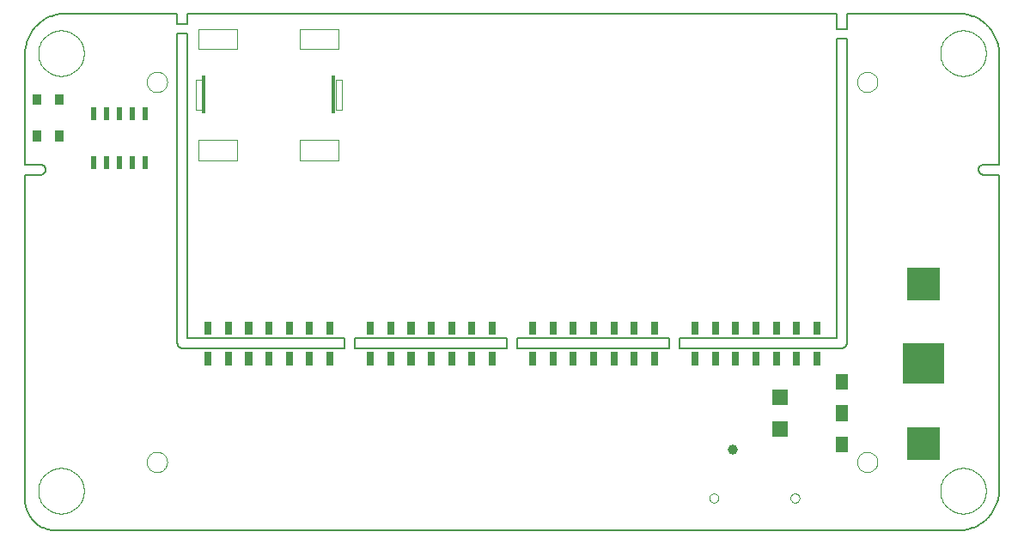
<source format=gbp>
G75*
%MOIN*%
%OFA0B0*%
%FSLAX24Y24*%
%IPPOS*%
%LPD*%
%AMOC8*
5,1,8,0,0,1.08239X$1,22.5*
%
%ADD10C,0.0050*%
%ADD11C,0.0000*%
%ADD12C,0.0016*%
%ADD13C,0.0013*%
%ADD14C,0.0014*%
%ADD15C,0.0018*%
%ADD16C,0.0016*%
%ADD17C,0.0015*%
%ADD18C,0.0039*%
%ADD19R,0.0157X0.1496*%
%ADD20C,0.0016*%
%ADD21C,0.0394*%
D10*
X005787Y006405D02*
X005787Y019043D01*
X006417Y019043D01*
X006442Y019048D01*
X006466Y019056D01*
X006488Y019067D01*
X006509Y019082D01*
X006528Y019099D01*
X006544Y019119D01*
X006556Y019141D01*
X006566Y019164D01*
X006572Y019189D01*
X006575Y019214D01*
X006574Y019240D01*
X006574Y019239D02*
X006575Y019265D01*
X006572Y019290D01*
X006566Y019315D01*
X006556Y019338D01*
X006544Y019360D01*
X006528Y019380D01*
X006509Y019397D01*
X006488Y019412D01*
X006466Y019423D01*
X006442Y019431D01*
X006417Y019436D01*
X006417Y019437D02*
X005787Y019437D01*
X005787Y023728D01*
X005789Y023805D01*
X005795Y023882D01*
X005804Y023959D01*
X005817Y024035D01*
X005834Y024111D01*
X005855Y024185D01*
X005879Y024259D01*
X005907Y024331D01*
X005938Y024401D01*
X005973Y024470D01*
X006011Y024538D01*
X006052Y024603D01*
X006097Y024666D01*
X006145Y024727D01*
X006195Y024786D01*
X006248Y024842D01*
X006304Y024895D01*
X006363Y024945D01*
X006424Y024993D01*
X006487Y025038D01*
X006552Y025079D01*
X006620Y025117D01*
X006689Y025152D01*
X006759Y025183D01*
X006831Y025211D01*
X006905Y025235D01*
X006979Y025256D01*
X007055Y025273D01*
X007131Y025286D01*
X007208Y025295D01*
X007285Y025301D01*
X007362Y025303D01*
X011693Y025303D01*
X011693Y024909D01*
X012086Y024909D01*
X012086Y025303D01*
X037283Y025303D01*
X037283Y024712D01*
X037677Y024712D01*
X037677Y025303D01*
X042008Y025303D01*
X042085Y025301D01*
X042162Y025295D01*
X042239Y025286D01*
X042315Y025273D01*
X042391Y025256D01*
X042465Y025235D01*
X042539Y025211D01*
X042611Y025183D01*
X042681Y025152D01*
X042750Y025117D01*
X042818Y025079D01*
X042883Y025038D01*
X042946Y024993D01*
X043007Y024945D01*
X043066Y024895D01*
X043122Y024842D01*
X043175Y024786D01*
X043225Y024727D01*
X043273Y024666D01*
X043318Y024603D01*
X043359Y024538D01*
X043397Y024470D01*
X043432Y024401D01*
X043463Y024331D01*
X043491Y024259D01*
X043515Y024185D01*
X043536Y024111D01*
X043553Y024035D01*
X043566Y023959D01*
X043575Y023882D01*
X043581Y023805D01*
X043583Y023728D01*
X043582Y023728D02*
X043582Y019437D01*
X042952Y019437D01*
X042952Y019436D02*
X042927Y019431D01*
X042903Y019423D01*
X042881Y019412D01*
X042860Y019397D01*
X042841Y019380D01*
X042825Y019360D01*
X042813Y019338D01*
X042803Y019315D01*
X042797Y019290D01*
X042794Y019265D01*
X042795Y019239D01*
X042795Y019240D02*
X042794Y019214D01*
X042797Y019189D01*
X042803Y019164D01*
X042813Y019141D01*
X042825Y019119D01*
X042841Y019099D01*
X042860Y019082D01*
X042881Y019067D01*
X042903Y019056D01*
X042927Y019048D01*
X042952Y019043D01*
X043582Y019043D01*
X043582Y006799D01*
X043583Y006799D02*
X043581Y006722D01*
X043575Y006645D01*
X043566Y006568D01*
X043553Y006492D01*
X043536Y006416D01*
X043515Y006342D01*
X043491Y006268D01*
X043463Y006196D01*
X043432Y006126D01*
X043397Y006057D01*
X043359Y005989D01*
X043318Y005924D01*
X043273Y005861D01*
X043225Y005800D01*
X043175Y005741D01*
X043122Y005685D01*
X043066Y005632D01*
X043007Y005582D01*
X042946Y005534D01*
X042883Y005489D01*
X042818Y005448D01*
X042750Y005410D01*
X042681Y005375D01*
X042611Y005344D01*
X042539Y005316D01*
X042465Y005292D01*
X042391Y005271D01*
X042315Y005254D01*
X042239Y005241D01*
X042162Y005232D01*
X042085Y005226D01*
X042008Y005224D01*
X006968Y005224D01*
X006902Y005226D01*
X006836Y005231D01*
X006770Y005241D01*
X006705Y005254D01*
X006641Y005270D01*
X006578Y005290D01*
X006516Y005314D01*
X006456Y005341D01*
X006397Y005371D01*
X006340Y005405D01*
X006285Y005442D01*
X006232Y005482D01*
X006181Y005524D01*
X006133Y005570D01*
X006087Y005618D01*
X006045Y005669D01*
X006005Y005722D01*
X005968Y005777D01*
X005934Y005834D01*
X005904Y005893D01*
X005877Y005953D01*
X005853Y006015D01*
X005833Y006078D01*
X005817Y006142D01*
X005804Y006207D01*
X005794Y006273D01*
X005789Y006339D01*
X005787Y006405D01*
X011693Y012507D02*
X011693Y024515D01*
X012086Y024515D01*
X012086Y012704D01*
X018189Y012704D01*
X018189Y012311D01*
X011889Y012311D01*
X011889Y012310D02*
X011863Y012312D01*
X011838Y012317D01*
X011814Y012325D01*
X011791Y012336D01*
X011769Y012351D01*
X011750Y012368D01*
X011733Y012387D01*
X011718Y012409D01*
X011707Y012432D01*
X011699Y012456D01*
X011694Y012481D01*
X011692Y012507D01*
X018582Y012311D02*
X018582Y012704D01*
X024488Y012704D01*
X024488Y012311D01*
X018582Y012311D01*
X024882Y012311D02*
X024882Y012704D01*
X030787Y012704D01*
X030787Y012311D01*
X024882Y012311D01*
X031181Y012311D02*
X031181Y012704D01*
X037283Y012704D01*
X037283Y024319D01*
X037677Y024319D01*
X037677Y012507D01*
X037675Y012481D01*
X037670Y012456D01*
X037662Y012432D01*
X037651Y012409D01*
X037636Y012387D01*
X037619Y012368D01*
X037600Y012351D01*
X037579Y012336D01*
X037555Y012325D01*
X037531Y012317D01*
X037506Y012312D01*
X037480Y012310D01*
X037480Y012311D02*
X031181Y012311D01*
D11*
X032336Y006481D02*
X032338Y006507D01*
X032344Y006533D01*
X032353Y006557D01*
X032366Y006580D01*
X032383Y006600D01*
X032402Y006618D01*
X032424Y006633D01*
X032447Y006644D01*
X032472Y006652D01*
X032498Y006656D01*
X032524Y006656D01*
X032550Y006652D01*
X032575Y006644D01*
X032599Y006633D01*
X032620Y006618D01*
X032639Y006600D01*
X032656Y006580D01*
X032669Y006557D01*
X032678Y006533D01*
X032684Y006507D01*
X032686Y006481D01*
X032684Y006455D01*
X032678Y006429D01*
X032669Y006405D01*
X032656Y006382D01*
X032639Y006362D01*
X032620Y006344D01*
X032598Y006329D01*
X032575Y006318D01*
X032550Y006310D01*
X032524Y006306D01*
X032498Y006306D01*
X032472Y006310D01*
X032447Y006318D01*
X032423Y006329D01*
X032402Y006344D01*
X032383Y006362D01*
X032366Y006382D01*
X032353Y006405D01*
X032344Y006429D01*
X032338Y006455D01*
X032336Y006481D01*
X035486Y006481D02*
X035488Y006507D01*
X035494Y006533D01*
X035503Y006557D01*
X035516Y006580D01*
X035533Y006600D01*
X035552Y006618D01*
X035574Y006633D01*
X035597Y006644D01*
X035622Y006652D01*
X035648Y006656D01*
X035674Y006656D01*
X035700Y006652D01*
X035725Y006644D01*
X035749Y006633D01*
X035770Y006618D01*
X035789Y006600D01*
X035806Y006580D01*
X035819Y006557D01*
X035828Y006533D01*
X035834Y006507D01*
X035836Y006481D01*
X035834Y006455D01*
X035828Y006429D01*
X035819Y006405D01*
X035806Y006382D01*
X035789Y006362D01*
X035770Y006344D01*
X035748Y006329D01*
X035725Y006318D01*
X035700Y006310D01*
X035674Y006306D01*
X035648Y006306D01*
X035622Y006310D01*
X035597Y006318D01*
X035573Y006329D01*
X035552Y006344D01*
X035533Y006362D01*
X035516Y006382D01*
X035503Y006405D01*
X035494Y006429D01*
X035488Y006455D01*
X035486Y006481D01*
X038070Y007881D02*
X038072Y007920D01*
X038078Y007959D01*
X038088Y007997D01*
X038101Y008034D01*
X038118Y008069D01*
X038138Y008103D01*
X038162Y008134D01*
X038189Y008163D01*
X038218Y008189D01*
X038250Y008212D01*
X038284Y008232D01*
X038320Y008248D01*
X038357Y008260D01*
X038396Y008269D01*
X038435Y008274D01*
X038474Y008275D01*
X038513Y008272D01*
X038552Y008265D01*
X038589Y008254D01*
X038626Y008240D01*
X038661Y008222D01*
X038694Y008201D01*
X038725Y008176D01*
X038753Y008149D01*
X038778Y008119D01*
X038800Y008086D01*
X038819Y008052D01*
X038834Y008016D01*
X038846Y007978D01*
X038854Y007940D01*
X038858Y007901D01*
X038858Y007861D01*
X038854Y007822D01*
X038846Y007784D01*
X038834Y007746D01*
X038819Y007710D01*
X038800Y007676D01*
X038778Y007643D01*
X038753Y007613D01*
X038725Y007586D01*
X038694Y007561D01*
X038661Y007540D01*
X038626Y007522D01*
X038589Y007508D01*
X038552Y007497D01*
X038513Y007490D01*
X038474Y007487D01*
X038435Y007488D01*
X038396Y007493D01*
X038357Y007502D01*
X038320Y007514D01*
X038284Y007530D01*
X038250Y007550D01*
X038218Y007573D01*
X038189Y007599D01*
X038162Y007628D01*
X038138Y007659D01*
X038118Y007693D01*
X038101Y007728D01*
X038088Y007765D01*
X038078Y007803D01*
X038072Y007842D01*
X038070Y007881D01*
X041299Y006763D02*
X041301Y006822D01*
X041307Y006881D01*
X041317Y006939D01*
X041330Y006997D01*
X041348Y007054D01*
X041369Y007109D01*
X041394Y007163D01*
X041423Y007215D01*
X041455Y007264D01*
X041490Y007312D01*
X041528Y007357D01*
X041569Y007400D01*
X041613Y007440D01*
X041659Y007476D01*
X041708Y007510D01*
X041759Y007540D01*
X041812Y007567D01*
X041867Y007590D01*
X041922Y007609D01*
X041980Y007625D01*
X042038Y007637D01*
X042096Y007645D01*
X042155Y007649D01*
X042215Y007649D01*
X042274Y007645D01*
X042332Y007637D01*
X042390Y007625D01*
X042448Y007609D01*
X042503Y007590D01*
X042558Y007567D01*
X042611Y007540D01*
X042662Y007510D01*
X042711Y007476D01*
X042757Y007440D01*
X042801Y007400D01*
X042842Y007357D01*
X042880Y007312D01*
X042915Y007264D01*
X042947Y007215D01*
X042976Y007163D01*
X043001Y007109D01*
X043022Y007054D01*
X043040Y006997D01*
X043053Y006939D01*
X043063Y006881D01*
X043069Y006822D01*
X043071Y006763D01*
X043069Y006704D01*
X043063Y006645D01*
X043053Y006587D01*
X043040Y006529D01*
X043022Y006472D01*
X043001Y006417D01*
X042976Y006363D01*
X042947Y006311D01*
X042915Y006262D01*
X042880Y006214D01*
X042842Y006169D01*
X042801Y006126D01*
X042757Y006086D01*
X042711Y006050D01*
X042662Y006016D01*
X042611Y005986D01*
X042558Y005959D01*
X042503Y005936D01*
X042448Y005917D01*
X042390Y005901D01*
X042332Y005889D01*
X042274Y005881D01*
X042215Y005877D01*
X042155Y005877D01*
X042096Y005881D01*
X042038Y005889D01*
X041980Y005901D01*
X041922Y005917D01*
X041867Y005936D01*
X041812Y005959D01*
X041759Y005986D01*
X041708Y006016D01*
X041659Y006050D01*
X041613Y006086D01*
X041569Y006126D01*
X041528Y006169D01*
X041490Y006214D01*
X041455Y006262D01*
X041423Y006311D01*
X041394Y006363D01*
X041369Y006417D01*
X041348Y006472D01*
X041330Y006529D01*
X041317Y006587D01*
X041307Y006645D01*
X041301Y006704D01*
X041299Y006763D01*
X038070Y022645D02*
X038072Y022684D01*
X038078Y022723D01*
X038088Y022761D01*
X038101Y022798D01*
X038118Y022833D01*
X038138Y022867D01*
X038162Y022898D01*
X038189Y022927D01*
X038218Y022953D01*
X038250Y022976D01*
X038284Y022996D01*
X038320Y023012D01*
X038357Y023024D01*
X038396Y023033D01*
X038435Y023038D01*
X038474Y023039D01*
X038513Y023036D01*
X038552Y023029D01*
X038589Y023018D01*
X038626Y023004D01*
X038661Y022986D01*
X038694Y022965D01*
X038725Y022940D01*
X038753Y022913D01*
X038778Y022883D01*
X038800Y022850D01*
X038819Y022816D01*
X038834Y022780D01*
X038846Y022742D01*
X038854Y022704D01*
X038858Y022665D01*
X038858Y022625D01*
X038854Y022586D01*
X038846Y022548D01*
X038834Y022510D01*
X038819Y022474D01*
X038800Y022440D01*
X038778Y022407D01*
X038753Y022377D01*
X038725Y022350D01*
X038694Y022325D01*
X038661Y022304D01*
X038626Y022286D01*
X038589Y022272D01*
X038552Y022261D01*
X038513Y022254D01*
X038474Y022251D01*
X038435Y022252D01*
X038396Y022257D01*
X038357Y022266D01*
X038320Y022278D01*
X038284Y022294D01*
X038250Y022314D01*
X038218Y022337D01*
X038189Y022363D01*
X038162Y022392D01*
X038138Y022423D01*
X038118Y022457D01*
X038101Y022492D01*
X038088Y022529D01*
X038078Y022567D01*
X038072Y022606D01*
X038070Y022645D01*
X041299Y023763D02*
X041301Y023822D01*
X041307Y023881D01*
X041317Y023939D01*
X041330Y023997D01*
X041348Y024054D01*
X041369Y024109D01*
X041394Y024163D01*
X041423Y024215D01*
X041455Y024264D01*
X041490Y024312D01*
X041528Y024357D01*
X041569Y024400D01*
X041613Y024440D01*
X041659Y024476D01*
X041708Y024510D01*
X041759Y024540D01*
X041812Y024567D01*
X041867Y024590D01*
X041922Y024609D01*
X041980Y024625D01*
X042038Y024637D01*
X042096Y024645D01*
X042155Y024649D01*
X042215Y024649D01*
X042274Y024645D01*
X042332Y024637D01*
X042390Y024625D01*
X042448Y024609D01*
X042503Y024590D01*
X042558Y024567D01*
X042611Y024540D01*
X042662Y024510D01*
X042711Y024476D01*
X042757Y024440D01*
X042801Y024400D01*
X042842Y024357D01*
X042880Y024312D01*
X042915Y024264D01*
X042947Y024215D01*
X042976Y024163D01*
X043001Y024109D01*
X043022Y024054D01*
X043040Y023997D01*
X043053Y023939D01*
X043063Y023881D01*
X043069Y023822D01*
X043071Y023763D01*
X043069Y023704D01*
X043063Y023645D01*
X043053Y023587D01*
X043040Y023529D01*
X043022Y023472D01*
X043001Y023417D01*
X042976Y023363D01*
X042947Y023311D01*
X042915Y023262D01*
X042880Y023214D01*
X042842Y023169D01*
X042801Y023126D01*
X042757Y023086D01*
X042711Y023050D01*
X042662Y023016D01*
X042611Y022986D01*
X042558Y022959D01*
X042503Y022936D01*
X042448Y022917D01*
X042390Y022901D01*
X042332Y022889D01*
X042274Y022881D01*
X042215Y022877D01*
X042155Y022877D01*
X042096Y022881D01*
X042038Y022889D01*
X041980Y022901D01*
X041922Y022917D01*
X041867Y022936D01*
X041812Y022959D01*
X041759Y022986D01*
X041708Y023016D01*
X041659Y023050D01*
X041613Y023086D01*
X041569Y023126D01*
X041528Y023169D01*
X041490Y023214D01*
X041455Y023262D01*
X041423Y023311D01*
X041394Y023363D01*
X041369Y023417D01*
X041348Y023472D01*
X041330Y023529D01*
X041317Y023587D01*
X041307Y023645D01*
X041301Y023704D01*
X041299Y023763D01*
X010511Y022645D02*
X010513Y022684D01*
X010519Y022723D01*
X010529Y022761D01*
X010542Y022798D01*
X010559Y022833D01*
X010579Y022867D01*
X010603Y022898D01*
X010630Y022927D01*
X010659Y022953D01*
X010691Y022976D01*
X010725Y022996D01*
X010761Y023012D01*
X010798Y023024D01*
X010837Y023033D01*
X010876Y023038D01*
X010915Y023039D01*
X010954Y023036D01*
X010993Y023029D01*
X011030Y023018D01*
X011067Y023004D01*
X011102Y022986D01*
X011135Y022965D01*
X011166Y022940D01*
X011194Y022913D01*
X011219Y022883D01*
X011241Y022850D01*
X011260Y022816D01*
X011275Y022780D01*
X011287Y022742D01*
X011295Y022704D01*
X011299Y022665D01*
X011299Y022625D01*
X011295Y022586D01*
X011287Y022548D01*
X011275Y022510D01*
X011260Y022474D01*
X011241Y022440D01*
X011219Y022407D01*
X011194Y022377D01*
X011166Y022350D01*
X011135Y022325D01*
X011102Y022304D01*
X011067Y022286D01*
X011030Y022272D01*
X010993Y022261D01*
X010954Y022254D01*
X010915Y022251D01*
X010876Y022252D01*
X010837Y022257D01*
X010798Y022266D01*
X010761Y022278D01*
X010725Y022294D01*
X010691Y022314D01*
X010659Y022337D01*
X010630Y022363D01*
X010603Y022392D01*
X010579Y022423D01*
X010559Y022457D01*
X010542Y022492D01*
X010529Y022529D01*
X010519Y022567D01*
X010513Y022606D01*
X010511Y022645D01*
X006299Y023763D02*
X006301Y023822D01*
X006307Y023881D01*
X006317Y023939D01*
X006330Y023997D01*
X006348Y024054D01*
X006369Y024109D01*
X006394Y024163D01*
X006423Y024215D01*
X006455Y024264D01*
X006490Y024312D01*
X006528Y024357D01*
X006569Y024400D01*
X006613Y024440D01*
X006659Y024476D01*
X006708Y024510D01*
X006759Y024540D01*
X006812Y024567D01*
X006867Y024590D01*
X006922Y024609D01*
X006980Y024625D01*
X007038Y024637D01*
X007096Y024645D01*
X007155Y024649D01*
X007215Y024649D01*
X007274Y024645D01*
X007332Y024637D01*
X007390Y024625D01*
X007448Y024609D01*
X007503Y024590D01*
X007558Y024567D01*
X007611Y024540D01*
X007662Y024510D01*
X007711Y024476D01*
X007757Y024440D01*
X007801Y024400D01*
X007842Y024357D01*
X007880Y024312D01*
X007915Y024264D01*
X007947Y024215D01*
X007976Y024163D01*
X008001Y024109D01*
X008022Y024054D01*
X008040Y023997D01*
X008053Y023939D01*
X008063Y023881D01*
X008069Y023822D01*
X008071Y023763D01*
X008069Y023704D01*
X008063Y023645D01*
X008053Y023587D01*
X008040Y023529D01*
X008022Y023472D01*
X008001Y023417D01*
X007976Y023363D01*
X007947Y023311D01*
X007915Y023262D01*
X007880Y023214D01*
X007842Y023169D01*
X007801Y023126D01*
X007757Y023086D01*
X007711Y023050D01*
X007662Y023016D01*
X007611Y022986D01*
X007558Y022959D01*
X007503Y022936D01*
X007448Y022917D01*
X007390Y022901D01*
X007332Y022889D01*
X007274Y022881D01*
X007215Y022877D01*
X007155Y022877D01*
X007096Y022881D01*
X007038Y022889D01*
X006980Y022901D01*
X006922Y022917D01*
X006867Y022936D01*
X006812Y022959D01*
X006759Y022986D01*
X006708Y023016D01*
X006659Y023050D01*
X006613Y023086D01*
X006569Y023126D01*
X006528Y023169D01*
X006490Y023214D01*
X006455Y023262D01*
X006423Y023311D01*
X006394Y023363D01*
X006369Y023417D01*
X006348Y023472D01*
X006330Y023529D01*
X006317Y023587D01*
X006307Y023645D01*
X006301Y023704D01*
X006299Y023763D01*
X010511Y007881D02*
X010513Y007920D01*
X010519Y007959D01*
X010529Y007997D01*
X010542Y008034D01*
X010559Y008069D01*
X010579Y008103D01*
X010603Y008134D01*
X010630Y008163D01*
X010659Y008189D01*
X010691Y008212D01*
X010725Y008232D01*
X010761Y008248D01*
X010798Y008260D01*
X010837Y008269D01*
X010876Y008274D01*
X010915Y008275D01*
X010954Y008272D01*
X010993Y008265D01*
X011030Y008254D01*
X011067Y008240D01*
X011102Y008222D01*
X011135Y008201D01*
X011166Y008176D01*
X011194Y008149D01*
X011219Y008119D01*
X011241Y008086D01*
X011260Y008052D01*
X011275Y008016D01*
X011287Y007978D01*
X011295Y007940D01*
X011299Y007901D01*
X011299Y007861D01*
X011295Y007822D01*
X011287Y007784D01*
X011275Y007746D01*
X011260Y007710D01*
X011241Y007676D01*
X011219Y007643D01*
X011194Y007613D01*
X011166Y007586D01*
X011135Y007561D01*
X011102Y007540D01*
X011067Y007522D01*
X011030Y007508D01*
X010993Y007497D01*
X010954Y007490D01*
X010915Y007487D01*
X010876Y007488D01*
X010837Y007493D01*
X010798Y007502D01*
X010761Y007514D01*
X010725Y007530D01*
X010691Y007550D01*
X010659Y007573D01*
X010630Y007599D01*
X010603Y007628D01*
X010579Y007659D01*
X010559Y007693D01*
X010542Y007728D01*
X010529Y007765D01*
X010519Y007803D01*
X010513Y007842D01*
X010511Y007881D01*
X006299Y006763D02*
X006301Y006822D01*
X006307Y006881D01*
X006317Y006939D01*
X006330Y006997D01*
X006348Y007054D01*
X006369Y007109D01*
X006394Y007163D01*
X006423Y007215D01*
X006455Y007264D01*
X006490Y007312D01*
X006528Y007357D01*
X006569Y007400D01*
X006613Y007440D01*
X006659Y007476D01*
X006708Y007510D01*
X006759Y007540D01*
X006812Y007567D01*
X006867Y007590D01*
X006922Y007609D01*
X006980Y007625D01*
X007038Y007637D01*
X007096Y007645D01*
X007155Y007649D01*
X007215Y007649D01*
X007274Y007645D01*
X007332Y007637D01*
X007390Y007625D01*
X007448Y007609D01*
X007503Y007590D01*
X007558Y007567D01*
X007611Y007540D01*
X007662Y007510D01*
X007711Y007476D01*
X007757Y007440D01*
X007801Y007400D01*
X007842Y007357D01*
X007880Y007312D01*
X007915Y007264D01*
X007947Y007215D01*
X007976Y007163D01*
X008001Y007109D01*
X008022Y007054D01*
X008040Y006997D01*
X008053Y006939D01*
X008063Y006881D01*
X008069Y006822D01*
X008071Y006763D01*
X008069Y006704D01*
X008063Y006645D01*
X008053Y006587D01*
X008040Y006529D01*
X008022Y006472D01*
X008001Y006417D01*
X007976Y006363D01*
X007947Y006311D01*
X007915Y006262D01*
X007880Y006214D01*
X007842Y006169D01*
X007801Y006126D01*
X007757Y006086D01*
X007711Y006050D01*
X007662Y006016D01*
X007611Y005986D01*
X007558Y005959D01*
X007503Y005936D01*
X007448Y005917D01*
X007390Y005901D01*
X007332Y005889D01*
X007274Y005881D01*
X007215Y005877D01*
X007155Y005877D01*
X007096Y005881D01*
X007038Y005889D01*
X006980Y005901D01*
X006922Y005917D01*
X006867Y005936D01*
X006812Y005959D01*
X006759Y005986D01*
X006708Y006016D01*
X006659Y006050D01*
X006613Y006086D01*
X006569Y006126D01*
X006528Y006169D01*
X006490Y006214D01*
X006455Y006262D01*
X006423Y006311D01*
X006394Y006363D01*
X006369Y006417D01*
X006348Y006472D01*
X006330Y006529D01*
X006317Y006587D01*
X006307Y006645D01*
X006301Y006704D01*
X006299Y006763D01*
D12*
X041402Y010948D02*
X041402Y012492D01*
X041402Y010948D02*
X039858Y010948D01*
X039858Y012492D01*
X041402Y012492D01*
X041402Y010963D02*
X039858Y010963D01*
X039858Y010978D02*
X041402Y010978D01*
X041402Y010993D02*
X039858Y010993D01*
X039858Y011008D02*
X041402Y011008D01*
X041402Y011023D02*
X039858Y011023D01*
X039858Y011038D02*
X041402Y011038D01*
X041402Y011053D02*
X039858Y011053D01*
X039858Y011068D02*
X041402Y011068D01*
X041402Y011083D02*
X039858Y011083D01*
X039858Y011098D02*
X041402Y011098D01*
X041402Y011113D02*
X039858Y011113D01*
X039858Y011128D02*
X041402Y011128D01*
X041402Y011143D02*
X039858Y011143D01*
X039858Y011158D02*
X041402Y011158D01*
X041402Y011173D02*
X039858Y011173D01*
X039858Y011188D02*
X041402Y011188D01*
X041402Y011203D02*
X039858Y011203D01*
X039858Y011218D02*
X041402Y011218D01*
X041402Y011233D02*
X039858Y011233D01*
X039858Y011248D02*
X041402Y011248D01*
X041402Y011263D02*
X039858Y011263D01*
X039858Y011278D02*
X041402Y011278D01*
X041402Y011293D02*
X039858Y011293D01*
X039858Y011308D02*
X041402Y011308D01*
X041402Y011323D02*
X039858Y011323D01*
X039858Y011338D02*
X041402Y011338D01*
X041402Y011353D02*
X039858Y011353D01*
X039858Y011368D02*
X041402Y011368D01*
X041402Y011383D02*
X039858Y011383D01*
X039858Y011398D02*
X041402Y011398D01*
X041402Y011413D02*
X039858Y011413D01*
X039858Y011428D02*
X041402Y011428D01*
X041402Y011443D02*
X039858Y011443D01*
X039858Y011458D02*
X041402Y011458D01*
X041402Y011473D02*
X039858Y011473D01*
X039858Y011488D02*
X041402Y011488D01*
X041402Y011503D02*
X039858Y011503D01*
X039858Y011518D02*
X041402Y011518D01*
X041402Y011533D02*
X039858Y011533D01*
X039858Y011548D02*
X041402Y011548D01*
X041402Y011563D02*
X039858Y011563D01*
X039858Y011578D02*
X041402Y011578D01*
X041402Y011593D02*
X039858Y011593D01*
X039858Y011608D02*
X041402Y011608D01*
X041402Y011623D02*
X039858Y011623D01*
X039858Y011638D02*
X041402Y011638D01*
X041402Y011653D02*
X039858Y011653D01*
X039858Y011668D02*
X041402Y011668D01*
X041402Y011683D02*
X039858Y011683D01*
X039858Y011698D02*
X041402Y011698D01*
X041402Y011713D02*
X039858Y011713D01*
X039858Y011728D02*
X041402Y011728D01*
X041402Y011743D02*
X039858Y011743D01*
X039858Y011758D02*
X041402Y011758D01*
X041402Y011773D02*
X039858Y011773D01*
X039858Y011788D02*
X041402Y011788D01*
X041402Y011803D02*
X039858Y011803D01*
X039858Y011818D02*
X041402Y011818D01*
X041402Y011833D02*
X039858Y011833D01*
X039858Y011848D02*
X041402Y011848D01*
X041402Y011863D02*
X039858Y011863D01*
X039858Y011878D02*
X041402Y011878D01*
X041402Y011893D02*
X039858Y011893D01*
X039858Y011908D02*
X041402Y011908D01*
X041402Y011923D02*
X039858Y011923D01*
X039858Y011938D02*
X041402Y011938D01*
X041402Y011953D02*
X039858Y011953D01*
X039858Y011968D02*
X041402Y011968D01*
X041402Y011983D02*
X039858Y011983D01*
X039858Y011998D02*
X041402Y011998D01*
X041402Y012013D02*
X039858Y012013D01*
X039858Y012028D02*
X041402Y012028D01*
X041402Y012043D02*
X039858Y012043D01*
X039858Y012058D02*
X041402Y012058D01*
X041402Y012073D02*
X039858Y012073D01*
X039858Y012088D02*
X041402Y012088D01*
X041402Y012103D02*
X039858Y012103D01*
X039858Y012118D02*
X041402Y012118D01*
X041402Y012133D02*
X039858Y012133D01*
X039858Y012148D02*
X041402Y012148D01*
X041402Y012163D02*
X039858Y012163D01*
X039858Y012178D02*
X041402Y012178D01*
X041402Y012193D02*
X039858Y012193D01*
X039858Y012208D02*
X041402Y012208D01*
X041402Y012223D02*
X039858Y012223D01*
X039858Y012238D02*
X041402Y012238D01*
X041402Y012253D02*
X039858Y012253D01*
X039858Y012268D02*
X041402Y012268D01*
X041402Y012283D02*
X039858Y012283D01*
X039858Y012298D02*
X041402Y012298D01*
X041402Y012313D02*
X039858Y012313D01*
X039858Y012328D02*
X041402Y012328D01*
X041402Y012343D02*
X039858Y012343D01*
X039858Y012358D02*
X041402Y012358D01*
X041402Y012373D02*
X039858Y012373D01*
X039858Y012388D02*
X041402Y012388D01*
X041402Y012403D02*
X039858Y012403D01*
X039858Y012418D02*
X041402Y012418D01*
X041402Y012433D02*
X039858Y012433D01*
X039858Y012448D02*
X041402Y012448D01*
X041402Y012463D02*
X039858Y012463D01*
X039858Y012478D02*
X041402Y012478D01*
D13*
X041249Y014201D02*
X041249Y015439D01*
X041249Y014201D02*
X040011Y014201D01*
X040011Y015439D01*
X041249Y015439D01*
X041249Y014213D02*
X040011Y014213D01*
X040011Y014225D02*
X041249Y014225D01*
X041249Y014237D02*
X040011Y014237D01*
X040011Y014249D02*
X041249Y014249D01*
X041249Y014261D02*
X040011Y014261D01*
X040011Y014273D02*
X041249Y014273D01*
X041249Y014285D02*
X040011Y014285D01*
X040011Y014297D02*
X041249Y014297D01*
X041249Y014309D02*
X040011Y014309D01*
X040011Y014321D02*
X041249Y014321D01*
X041249Y014333D02*
X040011Y014333D01*
X040011Y014345D02*
X041249Y014345D01*
X041249Y014357D02*
X040011Y014357D01*
X040011Y014369D02*
X041249Y014369D01*
X041249Y014381D02*
X040011Y014381D01*
X040011Y014393D02*
X041249Y014393D01*
X041249Y014405D02*
X040011Y014405D01*
X040011Y014417D02*
X041249Y014417D01*
X041249Y014429D02*
X040011Y014429D01*
X040011Y014441D02*
X041249Y014441D01*
X041249Y014453D02*
X040011Y014453D01*
X040011Y014465D02*
X041249Y014465D01*
X041249Y014477D02*
X040011Y014477D01*
X040011Y014489D02*
X041249Y014489D01*
X041249Y014501D02*
X040011Y014501D01*
X040011Y014513D02*
X041249Y014513D01*
X041249Y014525D02*
X040011Y014525D01*
X040011Y014537D02*
X041249Y014537D01*
X041249Y014549D02*
X040011Y014549D01*
X040011Y014561D02*
X041249Y014561D01*
X041249Y014573D02*
X040011Y014573D01*
X040011Y014585D02*
X041249Y014585D01*
X041249Y014597D02*
X040011Y014597D01*
X040011Y014609D02*
X041249Y014609D01*
X041249Y014621D02*
X040011Y014621D01*
X040011Y014633D02*
X041249Y014633D01*
X041249Y014645D02*
X040011Y014645D01*
X040011Y014657D02*
X041249Y014657D01*
X041249Y014669D02*
X040011Y014669D01*
X040011Y014681D02*
X041249Y014681D01*
X041249Y014693D02*
X040011Y014693D01*
X040011Y014705D02*
X041249Y014705D01*
X041249Y014717D02*
X040011Y014717D01*
X040011Y014729D02*
X041249Y014729D01*
X041249Y014741D02*
X040011Y014741D01*
X040011Y014753D02*
X041249Y014753D01*
X041249Y014765D02*
X040011Y014765D01*
X040011Y014777D02*
X041249Y014777D01*
X041249Y014789D02*
X040011Y014789D01*
X040011Y014801D02*
X041249Y014801D01*
X041249Y014813D02*
X040011Y014813D01*
X040011Y014825D02*
X041249Y014825D01*
X041249Y014837D02*
X040011Y014837D01*
X040011Y014849D02*
X041249Y014849D01*
X041249Y014861D02*
X040011Y014861D01*
X040011Y014873D02*
X041249Y014873D01*
X041249Y014885D02*
X040011Y014885D01*
X040011Y014897D02*
X041249Y014897D01*
X041249Y014909D02*
X040011Y014909D01*
X040011Y014921D02*
X041249Y014921D01*
X041249Y014933D02*
X040011Y014933D01*
X040011Y014945D02*
X041249Y014945D01*
X041249Y014957D02*
X040011Y014957D01*
X040011Y014969D02*
X041249Y014969D01*
X041249Y014981D02*
X040011Y014981D01*
X040011Y014993D02*
X041249Y014993D01*
X041249Y015005D02*
X040011Y015005D01*
X040011Y015017D02*
X041249Y015017D01*
X041249Y015029D02*
X040011Y015029D01*
X040011Y015041D02*
X041249Y015041D01*
X041249Y015053D02*
X040011Y015053D01*
X040011Y015065D02*
X041249Y015065D01*
X041249Y015077D02*
X040011Y015077D01*
X040011Y015089D02*
X041249Y015089D01*
X041249Y015101D02*
X040011Y015101D01*
X040011Y015113D02*
X041249Y015113D01*
X041249Y015125D02*
X040011Y015125D01*
X040011Y015137D02*
X041249Y015137D01*
X041249Y015149D02*
X040011Y015149D01*
X040011Y015161D02*
X041249Y015161D01*
X041249Y015173D02*
X040011Y015173D01*
X040011Y015185D02*
X041249Y015185D01*
X041249Y015197D02*
X040011Y015197D01*
X040011Y015209D02*
X041249Y015209D01*
X041249Y015221D02*
X040011Y015221D01*
X040011Y015233D02*
X041249Y015233D01*
X041249Y015245D02*
X040011Y015245D01*
X040011Y015257D02*
X041249Y015257D01*
X041249Y015269D02*
X040011Y015269D01*
X040011Y015281D02*
X041249Y015281D01*
X041249Y015293D02*
X040011Y015293D01*
X040011Y015305D02*
X041249Y015305D01*
X041249Y015317D02*
X040011Y015317D01*
X040011Y015329D02*
X041249Y015329D01*
X041249Y015341D02*
X040011Y015341D01*
X040011Y015353D02*
X041249Y015353D01*
X041249Y015365D02*
X040011Y015365D01*
X040011Y015377D02*
X041249Y015377D01*
X041249Y015389D02*
X040011Y015389D01*
X040011Y015401D02*
X041249Y015401D01*
X041249Y015413D02*
X040011Y015413D01*
X040011Y015425D02*
X041249Y015425D01*
X041249Y015437D02*
X040011Y015437D01*
X041249Y009239D02*
X041249Y008001D01*
X040011Y008001D01*
X040011Y009239D01*
X041249Y009239D01*
X041249Y008013D02*
X040011Y008013D01*
X040011Y008025D02*
X041249Y008025D01*
X041249Y008037D02*
X040011Y008037D01*
X040011Y008049D02*
X041249Y008049D01*
X041249Y008061D02*
X040011Y008061D01*
X040011Y008073D02*
X041249Y008073D01*
X041249Y008085D02*
X040011Y008085D01*
X040011Y008097D02*
X041249Y008097D01*
X041249Y008109D02*
X040011Y008109D01*
X040011Y008121D02*
X041249Y008121D01*
X041249Y008133D02*
X040011Y008133D01*
X040011Y008145D02*
X041249Y008145D01*
X041249Y008157D02*
X040011Y008157D01*
X040011Y008169D02*
X041249Y008169D01*
X041249Y008181D02*
X040011Y008181D01*
X040011Y008193D02*
X041249Y008193D01*
X041249Y008205D02*
X040011Y008205D01*
X040011Y008217D02*
X041249Y008217D01*
X041249Y008229D02*
X040011Y008229D01*
X040011Y008241D02*
X041249Y008241D01*
X041249Y008253D02*
X040011Y008253D01*
X040011Y008265D02*
X041249Y008265D01*
X041249Y008277D02*
X040011Y008277D01*
X040011Y008289D02*
X041249Y008289D01*
X041249Y008301D02*
X040011Y008301D01*
X040011Y008313D02*
X041249Y008313D01*
X041249Y008325D02*
X040011Y008325D01*
X040011Y008337D02*
X041249Y008337D01*
X041249Y008349D02*
X040011Y008349D01*
X040011Y008361D02*
X041249Y008361D01*
X041249Y008373D02*
X040011Y008373D01*
X040011Y008385D02*
X041249Y008385D01*
X041249Y008397D02*
X040011Y008397D01*
X040011Y008409D02*
X041249Y008409D01*
X041249Y008421D02*
X040011Y008421D01*
X040011Y008433D02*
X041249Y008433D01*
X041249Y008445D02*
X040011Y008445D01*
X040011Y008457D02*
X041249Y008457D01*
X041249Y008469D02*
X040011Y008469D01*
X040011Y008481D02*
X041249Y008481D01*
X041249Y008493D02*
X040011Y008493D01*
X040011Y008505D02*
X041249Y008505D01*
X041249Y008517D02*
X040011Y008517D01*
X040011Y008529D02*
X041249Y008529D01*
X041249Y008541D02*
X040011Y008541D01*
X040011Y008553D02*
X041249Y008553D01*
X041249Y008565D02*
X040011Y008565D01*
X040011Y008577D02*
X041249Y008577D01*
X041249Y008589D02*
X040011Y008589D01*
X040011Y008601D02*
X041249Y008601D01*
X041249Y008613D02*
X040011Y008613D01*
X040011Y008625D02*
X041249Y008625D01*
X041249Y008637D02*
X040011Y008637D01*
X040011Y008649D02*
X041249Y008649D01*
X041249Y008661D02*
X040011Y008661D01*
X040011Y008673D02*
X041249Y008673D01*
X041249Y008685D02*
X040011Y008685D01*
X040011Y008697D02*
X041249Y008697D01*
X041249Y008709D02*
X040011Y008709D01*
X040011Y008721D02*
X041249Y008721D01*
X041249Y008733D02*
X040011Y008733D01*
X040011Y008745D02*
X041249Y008745D01*
X041249Y008757D02*
X040011Y008757D01*
X040011Y008769D02*
X041249Y008769D01*
X041249Y008781D02*
X040011Y008781D01*
X040011Y008793D02*
X041249Y008793D01*
X041249Y008805D02*
X040011Y008805D01*
X040011Y008817D02*
X041249Y008817D01*
X041249Y008829D02*
X040011Y008829D01*
X040011Y008841D02*
X041249Y008841D01*
X041249Y008853D02*
X040011Y008853D01*
X040011Y008865D02*
X041249Y008865D01*
X041249Y008877D02*
X040011Y008877D01*
X040011Y008889D02*
X041249Y008889D01*
X041249Y008901D02*
X040011Y008901D01*
X040011Y008913D02*
X041249Y008913D01*
X041249Y008925D02*
X040011Y008925D01*
X040011Y008937D02*
X041249Y008937D01*
X041249Y008949D02*
X040011Y008949D01*
X040011Y008961D02*
X041249Y008961D01*
X041249Y008973D02*
X040011Y008973D01*
X040011Y008985D02*
X041249Y008985D01*
X041249Y008997D02*
X040011Y008997D01*
X040011Y009009D02*
X041249Y009009D01*
X041249Y009021D02*
X040011Y009021D01*
X040011Y009033D02*
X041249Y009033D01*
X041249Y009045D02*
X040011Y009045D01*
X040011Y009057D02*
X041249Y009057D01*
X041249Y009069D02*
X040011Y009069D01*
X040011Y009081D02*
X041249Y009081D01*
X041249Y009093D02*
X040011Y009093D01*
X040011Y009105D02*
X041249Y009105D01*
X041249Y009117D02*
X040011Y009117D01*
X040011Y009129D02*
X041249Y009129D01*
X041249Y009141D02*
X040011Y009141D01*
X040011Y009153D02*
X041249Y009153D01*
X041249Y009165D02*
X040011Y009165D01*
X040011Y009177D02*
X041249Y009177D01*
X041249Y009189D02*
X040011Y009189D01*
X040011Y009201D02*
X041249Y009201D01*
X041249Y009213D02*
X040011Y009213D01*
X040011Y009225D02*
X041249Y009225D01*
X041249Y009237D02*
X040011Y009237D01*
D14*
X037693Y009503D02*
X037693Y010079D01*
X037693Y009503D02*
X037235Y009503D01*
X037235Y010079D01*
X037693Y010079D01*
X037693Y009516D02*
X037235Y009516D01*
X037235Y009529D02*
X037693Y009529D01*
X037693Y009542D02*
X037235Y009542D01*
X037235Y009555D02*
X037693Y009555D01*
X037693Y009568D02*
X037235Y009568D01*
X037235Y009581D02*
X037693Y009581D01*
X037693Y009594D02*
X037235Y009594D01*
X037235Y009607D02*
X037693Y009607D01*
X037693Y009620D02*
X037235Y009620D01*
X037235Y009633D02*
X037693Y009633D01*
X037693Y009646D02*
X037235Y009646D01*
X037235Y009659D02*
X037693Y009659D01*
X037693Y009672D02*
X037235Y009672D01*
X037235Y009685D02*
X037693Y009685D01*
X037693Y009698D02*
X037235Y009698D01*
X037235Y009711D02*
X037693Y009711D01*
X037693Y009724D02*
X037235Y009724D01*
X037235Y009737D02*
X037693Y009737D01*
X037693Y009750D02*
X037235Y009750D01*
X037235Y009763D02*
X037693Y009763D01*
X037693Y009776D02*
X037235Y009776D01*
X037235Y009789D02*
X037693Y009789D01*
X037693Y009802D02*
X037235Y009802D01*
X037235Y009815D02*
X037693Y009815D01*
X037693Y009828D02*
X037235Y009828D01*
X037235Y009841D02*
X037693Y009841D01*
X037693Y009854D02*
X037235Y009854D01*
X037235Y009867D02*
X037693Y009867D01*
X037693Y009880D02*
X037235Y009880D01*
X037235Y009893D02*
X037693Y009893D01*
X037693Y009906D02*
X037235Y009906D01*
X037235Y009919D02*
X037693Y009919D01*
X037693Y009932D02*
X037235Y009932D01*
X037235Y009945D02*
X037693Y009945D01*
X037693Y009958D02*
X037235Y009958D01*
X037235Y009971D02*
X037693Y009971D01*
X037693Y009984D02*
X037235Y009984D01*
X037235Y009997D02*
X037693Y009997D01*
X037693Y010010D02*
X037235Y010010D01*
X037235Y010023D02*
X037693Y010023D01*
X037693Y010036D02*
X037235Y010036D01*
X037235Y010049D02*
X037693Y010049D01*
X037693Y010062D02*
X037235Y010062D01*
X037235Y010075D02*
X037693Y010075D01*
X037693Y010723D02*
X037693Y011299D01*
X037693Y010723D02*
X037235Y010723D01*
X037235Y011299D01*
X037693Y011299D01*
X037693Y010736D02*
X037235Y010736D01*
X037235Y010749D02*
X037693Y010749D01*
X037693Y010762D02*
X037235Y010762D01*
X037235Y010775D02*
X037693Y010775D01*
X037693Y010788D02*
X037235Y010788D01*
X037235Y010801D02*
X037693Y010801D01*
X037693Y010814D02*
X037235Y010814D01*
X037235Y010827D02*
X037693Y010827D01*
X037693Y010840D02*
X037235Y010840D01*
X037235Y010853D02*
X037693Y010853D01*
X037693Y010866D02*
X037235Y010866D01*
X037235Y010879D02*
X037693Y010879D01*
X037693Y010892D02*
X037235Y010892D01*
X037235Y010905D02*
X037693Y010905D01*
X037693Y010918D02*
X037235Y010918D01*
X037235Y010931D02*
X037693Y010931D01*
X037693Y010944D02*
X037235Y010944D01*
X037235Y010957D02*
X037693Y010957D01*
X037693Y010970D02*
X037235Y010970D01*
X037235Y010983D02*
X037693Y010983D01*
X037693Y010996D02*
X037235Y010996D01*
X037235Y011009D02*
X037693Y011009D01*
X037693Y011022D02*
X037235Y011022D01*
X037235Y011035D02*
X037693Y011035D01*
X037693Y011048D02*
X037235Y011048D01*
X037235Y011061D02*
X037693Y011061D01*
X037693Y011074D02*
X037235Y011074D01*
X037235Y011087D02*
X037693Y011087D01*
X037693Y011100D02*
X037235Y011100D01*
X037235Y011113D02*
X037693Y011113D01*
X037693Y011126D02*
X037235Y011126D01*
X037235Y011139D02*
X037693Y011139D01*
X037693Y011152D02*
X037235Y011152D01*
X037235Y011165D02*
X037693Y011165D01*
X037693Y011178D02*
X037235Y011178D01*
X037235Y011191D02*
X037693Y011191D01*
X037693Y011204D02*
X037235Y011204D01*
X037235Y011217D02*
X037693Y011217D01*
X037693Y011230D02*
X037235Y011230D01*
X037235Y011243D02*
X037693Y011243D01*
X037693Y011256D02*
X037235Y011256D01*
X037235Y011269D02*
X037693Y011269D01*
X037693Y011282D02*
X037235Y011282D01*
X037235Y011295D02*
X037693Y011295D01*
X037693Y008858D02*
X037693Y008282D01*
X037235Y008282D01*
X037235Y008858D01*
X037693Y008858D01*
X037693Y008295D02*
X037235Y008295D01*
X037235Y008308D02*
X037693Y008308D01*
X037693Y008321D02*
X037235Y008321D01*
X037235Y008334D02*
X037693Y008334D01*
X037693Y008347D02*
X037235Y008347D01*
X037235Y008360D02*
X037693Y008360D01*
X037693Y008373D02*
X037235Y008373D01*
X037235Y008386D02*
X037693Y008386D01*
X037693Y008399D02*
X037235Y008399D01*
X037235Y008412D02*
X037693Y008412D01*
X037693Y008425D02*
X037235Y008425D01*
X037235Y008438D02*
X037693Y008438D01*
X037693Y008451D02*
X037235Y008451D01*
X037235Y008464D02*
X037693Y008464D01*
X037693Y008477D02*
X037235Y008477D01*
X037235Y008490D02*
X037693Y008490D01*
X037693Y008503D02*
X037235Y008503D01*
X037235Y008516D02*
X037693Y008516D01*
X037693Y008529D02*
X037235Y008529D01*
X037235Y008542D02*
X037693Y008542D01*
X037693Y008555D02*
X037235Y008555D01*
X037235Y008568D02*
X037693Y008568D01*
X037693Y008581D02*
X037235Y008581D01*
X037235Y008594D02*
X037693Y008594D01*
X037693Y008607D02*
X037235Y008607D01*
X037235Y008620D02*
X037693Y008620D01*
X037693Y008633D02*
X037235Y008633D01*
X037235Y008646D02*
X037693Y008646D01*
X037693Y008659D02*
X037235Y008659D01*
X037235Y008672D02*
X037693Y008672D01*
X037693Y008685D02*
X037235Y008685D01*
X037235Y008698D02*
X037693Y008698D01*
X037693Y008711D02*
X037235Y008711D01*
X037235Y008724D02*
X037693Y008724D01*
X037693Y008737D02*
X037235Y008737D01*
X037235Y008750D02*
X037693Y008750D01*
X037693Y008763D02*
X037235Y008763D01*
X037235Y008776D02*
X037693Y008776D01*
X037693Y008789D02*
X037235Y008789D01*
X037235Y008802D02*
X037693Y008802D01*
X037693Y008815D02*
X037235Y008815D01*
X037235Y008828D02*
X037693Y008828D01*
X037693Y008841D02*
X037235Y008841D01*
X037235Y008854D02*
X037693Y008854D01*
D15*
X035349Y008895D02*
X035349Y009467D01*
X035349Y008895D02*
X034777Y008895D01*
X034777Y009467D01*
X035349Y009467D01*
X035349Y008912D02*
X034777Y008912D01*
X034777Y008929D02*
X035349Y008929D01*
X035349Y008946D02*
X034777Y008946D01*
X034777Y008963D02*
X035349Y008963D01*
X035349Y008980D02*
X034777Y008980D01*
X034777Y008997D02*
X035349Y008997D01*
X035349Y009014D02*
X034777Y009014D01*
X034777Y009031D02*
X035349Y009031D01*
X035349Y009048D02*
X034777Y009048D01*
X034777Y009065D02*
X035349Y009065D01*
X035349Y009082D02*
X034777Y009082D01*
X034777Y009099D02*
X035349Y009099D01*
X035349Y009116D02*
X034777Y009116D01*
X034777Y009133D02*
X035349Y009133D01*
X035349Y009150D02*
X034777Y009150D01*
X034777Y009167D02*
X035349Y009167D01*
X035349Y009184D02*
X034777Y009184D01*
X034777Y009201D02*
X035349Y009201D01*
X035349Y009218D02*
X034777Y009218D01*
X034777Y009235D02*
X035349Y009235D01*
X035349Y009252D02*
X034777Y009252D01*
X034777Y009269D02*
X035349Y009269D01*
X035349Y009286D02*
X034777Y009286D01*
X034777Y009303D02*
X035349Y009303D01*
X035349Y009320D02*
X034777Y009320D01*
X034777Y009337D02*
X035349Y009337D01*
X035349Y009354D02*
X034777Y009354D01*
X034777Y009371D02*
X035349Y009371D01*
X035349Y009388D02*
X034777Y009388D01*
X034777Y009405D02*
X035349Y009405D01*
X035349Y009422D02*
X034777Y009422D01*
X034777Y009439D02*
X035349Y009439D01*
X035349Y009456D02*
X034777Y009456D01*
X035349Y010115D02*
X035349Y010687D01*
X035349Y010115D02*
X034777Y010115D01*
X034777Y010687D01*
X035349Y010687D01*
X035349Y010132D02*
X034777Y010132D01*
X034777Y010149D02*
X035349Y010149D01*
X035349Y010166D02*
X034777Y010166D01*
X034777Y010183D02*
X035349Y010183D01*
X035349Y010200D02*
X034777Y010200D01*
X034777Y010217D02*
X035349Y010217D01*
X035349Y010234D02*
X034777Y010234D01*
X034777Y010251D02*
X035349Y010251D01*
X035349Y010268D02*
X034777Y010268D01*
X034777Y010285D02*
X035349Y010285D01*
X035349Y010302D02*
X034777Y010302D01*
X034777Y010319D02*
X035349Y010319D01*
X035349Y010336D02*
X034777Y010336D01*
X034777Y010353D02*
X035349Y010353D01*
X035349Y010370D02*
X034777Y010370D01*
X034777Y010387D02*
X035349Y010387D01*
X035349Y010404D02*
X034777Y010404D01*
X034777Y010421D02*
X035349Y010421D01*
X035349Y010438D02*
X034777Y010438D01*
X034777Y010455D02*
X035349Y010455D01*
X035349Y010472D02*
X034777Y010472D01*
X034777Y010489D02*
X035349Y010489D01*
X035349Y010506D02*
X034777Y010506D01*
X034777Y010523D02*
X035349Y010523D01*
X035349Y010540D02*
X034777Y010540D01*
X034777Y010557D02*
X035349Y010557D01*
X035349Y010574D02*
X034777Y010574D01*
X034777Y010591D02*
X035349Y010591D01*
X035349Y010608D02*
X034777Y010608D01*
X034777Y010625D02*
X035349Y010625D01*
X035349Y010642D02*
X034777Y010642D01*
X034777Y010659D02*
X035349Y010659D01*
X035349Y010676D02*
X034777Y010676D01*
D16*
X010521Y019288D02*
X010337Y019288D01*
X010337Y019772D01*
X010521Y019772D01*
X010521Y019288D01*
X010521Y019303D02*
X010337Y019303D01*
X010337Y019318D02*
X010521Y019318D01*
X010521Y019333D02*
X010337Y019333D01*
X010337Y019348D02*
X010521Y019348D01*
X010521Y019363D02*
X010337Y019363D01*
X010337Y019378D02*
X010521Y019378D01*
X010521Y019393D02*
X010337Y019393D01*
X010337Y019408D02*
X010521Y019408D01*
X010521Y019423D02*
X010337Y019423D01*
X010337Y019438D02*
X010521Y019438D01*
X010521Y019453D02*
X010337Y019453D01*
X010337Y019468D02*
X010521Y019468D01*
X010521Y019483D02*
X010337Y019483D01*
X010337Y019498D02*
X010521Y019498D01*
X010521Y019513D02*
X010337Y019513D01*
X010337Y019528D02*
X010521Y019528D01*
X010521Y019543D02*
X010337Y019543D01*
X010337Y019558D02*
X010521Y019558D01*
X010521Y019573D02*
X010337Y019573D01*
X010337Y019588D02*
X010521Y019588D01*
X010521Y019603D02*
X010337Y019603D01*
X010337Y019618D02*
X010521Y019618D01*
X010521Y019633D02*
X010337Y019633D01*
X010337Y019648D02*
X010521Y019648D01*
X010521Y019663D02*
X010337Y019663D01*
X010337Y019678D02*
X010521Y019678D01*
X010521Y019693D02*
X010337Y019693D01*
X010337Y019708D02*
X010521Y019708D01*
X010521Y019723D02*
X010337Y019723D01*
X010337Y019738D02*
X010521Y019738D01*
X010521Y019753D02*
X010337Y019753D01*
X010337Y019768D02*
X010521Y019768D01*
X010021Y019288D02*
X009837Y019288D01*
X009837Y019772D01*
X010021Y019772D01*
X010021Y019288D01*
X010021Y019303D02*
X009837Y019303D01*
X009837Y019318D02*
X010021Y019318D01*
X010021Y019333D02*
X009837Y019333D01*
X009837Y019348D02*
X010021Y019348D01*
X010021Y019363D02*
X009837Y019363D01*
X009837Y019378D02*
X010021Y019378D01*
X010021Y019393D02*
X009837Y019393D01*
X009837Y019408D02*
X010021Y019408D01*
X010021Y019423D02*
X009837Y019423D01*
X009837Y019438D02*
X010021Y019438D01*
X010021Y019453D02*
X009837Y019453D01*
X009837Y019468D02*
X010021Y019468D01*
X010021Y019483D02*
X009837Y019483D01*
X009837Y019498D02*
X010021Y019498D01*
X010021Y019513D02*
X009837Y019513D01*
X009837Y019528D02*
X010021Y019528D01*
X010021Y019543D02*
X009837Y019543D01*
X009837Y019558D02*
X010021Y019558D01*
X010021Y019573D02*
X009837Y019573D01*
X009837Y019588D02*
X010021Y019588D01*
X010021Y019603D02*
X009837Y019603D01*
X009837Y019618D02*
X010021Y019618D01*
X010021Y019633D02*
X009837Y019633D01*
X009837Y019648D02*
X010021Y019648D01*
X010021Y019663D02*
X009837Y019663D01*
X009837Y019678D02*
X010021Y019678D01*
X010021Y019693D02*
X009837Y019693D01*
X009837Y019708D02*
X010021Y019708D01*
X010021Y019723D02*
X009837Y019723D01*
X009837Y019738D02*
X010021Y019738D01*
X010021Y019753D02*
X009837Y019753D01*
X009837Y019768D02*
X010021Y019768D01*
X009521Y019288D02*
X009337Y019288D01*
X009337Y019772D01*
X009521Y019772D01*
X009521Y019288D01*
X009521Y019303D02*
X009337Y019303D01*
X009337Y019318D02*
X009521Y019318D01*
X009521Y019333D02*
X009337Y019333D01*
X009337Y019348D02*
X009521Y019348D01*
X009521Y019363D02*
X009337Y019363D01*
X009337Y019378D02*
X009521Y019378D01*
X009521Y019393D02*
X009337Y019393D01*
X009337Y019408D02*
X009521Y019408D01*
X009521Y019423D02*
X009337Y019423D01*
X009337Y019438D02*
X009521Y019438D01*
X009521Y019453D02*
X009337Y019453D01*
X009337Y019468D02*
X009521Y019468D01*
X009521Y019483D02*
X009337Y019483D01*
X009337Y019498D02*
X009521Y019498D01*
X009521Y019513D02*
X009337Y019513D01*
X009337Y019528D02*
X009521Y019528D01*
X009521Y019543D02*
X009337Y019543D01*
X009337Y019558D02*
X009521Y019558D01*
X009521Y019573D02*
X009337Y019573D01*
X009337Y019588D02*
X009521Y019588D01*
X009521Y019603D02*
X009337Y019603D01*
X009337Y019618D02*
X009521Y019618D01*
X009521Y019633D02*
X009337Y019633D01*
X009337Y019648D02*
X009521Y019648D01*
X009521Y019663D02*
X009337Y019663D01*
X009337Y019678D02*
X009521Y019678D01*
X009521Y019693D02*
X009337Y019693D01*
X009337Y019708D02*
X009521Y019708D01*
X009521Y019723D02*
X009337Y019723D01*
X009337Y019738D02*
X009521Y019738D01*
X009521Y019753D02*
X009337Y019753D01*
X009337Y019768D02*
X009521Y019768D01*
X009021Y019288D02*
X008837Y019288D01*
X008837Y019772D01*
X009021Y019772D01*
X009021Y019288D01*
X009021Y019303D02*
X008837Y019303D01*
X008837Y019318D02*
X009021Y019318D01*
X009021Y019333D02*
X008837Y019333D01*
X008837Y019348D02*
X009021Y019348D01*
X009021Y019363D02*
X008837Y019363D01*
X008837Y019378D02*
X009021Y019378D01*
X009021Y019393D02*
X008837Y019393D01*
X008837Y019408D02*
X009021Y019408D01*
X009021Y019423D02*
X008837Y019423D01*
X008837Y019438D02*
X009021Y019438D01*
X009021Y019453D02*
X008837Y019453D01*
X008837Y019468D02*
X009021Y019468D01*
X009021Y019483D02*
X008837Y019483D01*
X008837Y019498D02*
X009021Y019498D01*
X009021Y019513D02*
X008837Y019513D01*
X008837Y019528D02*
X009021Y019528D01*
X009021Y019543D02*
X008837Y019543D01*
X008837Y019558D02*
X009021Y019558D01*
X009021Y019573D02*
X008837Y019573D01*
X008837Y019588D02*
X009021Y019588D01*
X009021Y019603D02*
X008837Y019603D01*
X008837Y019618D02*
X009021Y019618D01*
X009021Y019633D02*
X008837Y019633D01*
X008837Y019648D02*
X009021Y019648D01*
X009021Y019663D02*
X008837Y019663D01*
X008837Y019678D02*
X009021Y019678D01*
X009021Y019693D02*
X008837Y019693D01*
X008837Y019708D02*
X009021Y019708D01*
X009021Y019723D02*
X008837Y019723D01*
X008837Y019738D02*
X009021Y019738D01*
X009021Y019753D02*
X008837Y019753D01*
X008837Y019768D02*
X009021Y019768D01*
X008521Y019288D02*
X008337Y019288D01*
X008337Y019772D01*
X008521Y019772D01*
X008521Y019288D01*
X008521Y019303D02*
X008337Y019303D01*
X008337Y019318D02*
X008521Y019318D01*
X008521Y019333D02*
X008337Y019333D01*
X008337Y019348D02*
X008521Y019348D01*
X008521Y019363D02*
X008337Y019363D01*
X008337Y019378D02*
X008521Y019378D01*
X008521Y019393D02*
X008337Y019393D01*
X008337Y019408D02*
X008521Y019408D01*
X008521Y019423D02*
X008337Y019423D01*
X008337Y019438D02*
X008521Y019438D01*
X008521Y019453D02*
X008337Y019453D01*
X008337Y019468D02*
X008521Y019468D01*
X008521Y019483D02*
X008337Y019483D01*
X008337Y019498D02*
X008521Y019498D01*
X008521Y019513D02*
X008337Y019513D01*
X008337Y019528D02*
X008521Y019528D01*
X008521Y019543D02*
X008337Y019543D01*
X008337Y019558D02*
X008521Y019558D01*
X008521Y019573D02*
X008337Y019573D01*
X008337Y019588D02*
X008521Y019588D01*
X008521Y019603D02*
X008337Y019603D01*
X008337Y019618D02*
X008521Y019618D01*
X008521Y019633D02*
X008337Y019633D01*
X008337Y019648D02*
X008521Y019648D01*
X008521Y019663D02*
X008337Y019663D01*
X008337Y019678D02*
X008521Y019678D01*
X008521Y019693D02*
X008337Y019693D01*
X008337Y019708D02*
X008521Y019708D01*
X008521Y019723D02*
X008337Y019723D01*
X008337Y019738D02*
X008521Y019738D01*
X008521Y019753D02*
X008337Y019753D01*
X008337Y019768D02*
X008521Y019768D01*
X008521Y021188D02*
X008337Y021188D01*
X008337Y021672D01*
X008521Y021672D01*
X008521Y021188D01*
X008521Y021203D02*
X008337Y021203D01*
X008337Y021218D02*
X008521Y021218D01*
X008521Y021233D02*
X008337Y021233D01*
X008337Y021248D02*
X008521Y021248D01*
X008521Y021263D02*
X008337Y021263D01*
X008337Y021278D02*
X008521Y021278D01*
X008521Y021293D02*
X008337Y021293D01*
X008337Y021308D02*
X008521Y021308D01*
X008521Y021323D02*
X008337Y021323D01*
X008337Y021338D02*
X008521Y021338D01*
X008521Y021353D02*
X008337Y021353D01*
X008337Y021368D02*
X008521Y021368D01*
X008521Y021383D02*
X008337Y021383D01*
X008337Y021398D02*
X008521Y021398D01*
X008521Y021413D02*
X008337Y021413D01*
X008337Y021428D02*
X008521Y021428D01*
X008521Y021443D02*
X008337Y021443D01*
X008337Y021458D02*
X008521Y021458D01*
X008521Y021473D02*
X008337Y021473D01*
X008337Y021488D02*
X008521Y021488D01*
X008521Y021503D02*
X008337Y021503D01*
X008337Y021518D02*
X008521Y021518D01*
X008521Y021533D02*
X008337Y021533D01*
X008337Y021548D02*
X008521Y021548D01*
X008521Y021563D02*
X008337Y021563D01*
X008337Y021578D02*
X008521Y021578D01*
X008521Y021593D02*
X008337Y021593D01*
X008337Y021608D02*
X008521Y021608D01*
X008521Y021623D02*
X008337Y021623D01*
X008337Y021638D02*
X008521Y021638D01*
X008521Y021653D02*
X008337Y021653D01*
X008337Y021668D02*
X008521Y021668D01*
X008837Y021188D02*
X009021Y021188D01*
X008837Y021188D02*
X008837Y021672D01*
X009021Y021672D01*
X009021Y021188D01*
X009021Y021203D02*
X008837Y021203D01*
X008837Y021218D02*
X009021Y021218D01*
X009021Y021233D02*
X008837Y021233D01*
X008837Y021248D02*
X009021Y021248D01*
X009021Y021263D02*
X008837Y021263D01*
X008837Y021278D02*
X009021Y021278D01*
X009021Y021293D02*
X008837Y021293D01*
X008837Y021308D02*
X009021Y021308D01*
X009021Y021323D02*
X008837Y021323D01*
X008837Y021338D02*
X009021Y021338D01*
X009021Y021353D02*
X008837Y021353D01*
X008837Y021368D02*
X009021Y021368D01*
X009021Y021383D02*
X008837Y021383D01*
X008837Y021398D02*
X009021Y021398D01*
X009021Y021413D02*
X008837Y021413D01*
X008837Y021428D02*
X009021Y021428D01*
X009021Y021443D02*
X008837Y021443D01*
X008837Y021458D02*
X009021Y021458D01*
X009021Y021473D02*
X008837Y021473D01*
X008837Y021488D02*
X009021Y021488D01*
X009021Y021503D02*
X008837Y021503D01*
X008837Y021518D02*
X009021Y021518D01*
X009021Y021533D02*
X008837Y021533D01*
X008837Y021548D02*
X009021Y021548D01*
X009021Y021563D02*
X008837Y021563D01*
X008837Y021578D02*
X009021Y021578D01*
X009021Y021593D02*
X008837Y021593D01*
X008837Y021608D02*
X009021Y021608D01*
X009021Y021623D02*
X008837Y021623D01*
X008837Y021638D02*
X009021Y021638D01*
X009021Y021653D02*
X008837Y021653D01*
X008837Y021668D02*
X009021Y021668D01*
X009337Y021188D02*
X009521Y021188D01*
X009337Y021188D02*
X009337Y021672D01*
X009521Y021672D01*
X009521Y021188D01*
X009521Y021203D02*
X009337Y021203D01*
X009337Y021218D02*
X009521Y021218D01*
X009521Y021233D02*
X009337Y021233D01*
X009337Y021248D02*
X009521Y021248D01*
X009521Y021263D02*
X009337Y021263D01*
X009337Y021278D02*
X009521Y021278D01*
X009521Y021293D02*
X009337Y021293D01*
X009337Y021308D02*
X009521Y021308D01*
X009521Y021323D02*
X009337Y021323D01*
X009337Y021338D02*
X009521Y021338D01*
X009521Y021353D02*
X009337Y021353D01*
X009337Y021368D02*
X009521Y021368D01*
X009521Y021383D02*
X009337Y021383D01*
X009337Y021398D02*
X009521Y021398D01*
X009521Y021413D02*
X009337Y021413D01*
X009337Y021428D02*
X009521Y021428D01*
X009521Y021443D02*
X009337Y021443D01*
X009337Y021458D02*
X009521Y021458D01*
X009521Y021473D02*
X009337Y021473D01*
X009337Y021488D02*
X009521Y021488D01*
X009521Y021503D02*
X009337Y021503D01*
X009337Y021518D02*
X009521Y021518D01*
X009521Y021533D02*
X009337Y021533D01*
X009337Y021548D02*
X009521Y021548D01*
X009521Y021563D02*
X009337Y021563D01*
X009337Y021578D02*
X009521Y021578D01*
X009521Y021593D02*
X009337Y021593D01*
X009337Y021608D02*
X009521Y021608D01*
X009521Y021623D02*
X009337Y021623D01*
X009337Y021638D02*
X009521Y021638D01*
X009521Y021653D02*
X009337Y021653D01*
X009337Y021668D02*
X009521Y021668D01*
X009837Y021188D02*
X010021Y021188D01*
X009837Y021188D02*
X009837Y021672D01*
X010021Y021672D01*
X010021Y021188D01*
X010021Y021203D02*
X009837Y021203D01*
X009837Y021218D02*
X010021Y021218D01*
X010021Y021233D02*
X009837Y021233D01*
X009837Y021248D02*
X010021Y021248D01*
X010021Y021263D02*
X009837Y021263D01*
X009837Y021278D02*
X010021Y021278D01*
X010021Y021293D02*
X009837Y021293D01*
X009837Y021308D02*
X010021Y021308D01*
X010021Y021323D02*
X009837Y021323D01*
X009837Y021338D02*
X010021Y021338D01*
X010021Y021353D02*
X009837Y021353D01*
X009837Y021368D02*
X010021Y021368D01*
X010021Y021383D02*
X009837Y021383D01*
X009837Y021398D02*
X010021Y021398D01*
X010021Y021413D02*
X009837Y021413D01*
X009837Y021428D02*
X010021Y021428D01*
X010021Y021443D02*
X009837Y021443D01*
X009837Y021458D02*
X010021Y021458D01*
X010021Y021473D02*
X009837Y021473D01*
X009837Y021488D02*
X010021Y021488D01*
X010021Y021503D02*
X009837Y021503D01*
X009837Y021518D02*
X010021Y021518D01*
X010021Y021533D02*
X009837Y021533D01*
X009837Y021548D02*
X010021Y021548D01*
X010021Y021563D02*
X009837Y021563D01*
X009837Y021578D02*
X010021Y021578D01*
X010021Y021593D02*
X009837Y021593D01*
X009837Y021608D02*
X010021Y021608D01*
X010021Y021623D02*
X009837Y021623D01*
X009837Y021638D02*
X010021Y021638D01*
X010021Y021653D02*
X009837Y021653D01*
X009837Y021668D02*
X010021Y021668D01*
X010337Y021188D02*
X010521Y021188D01*
X010337Y021188D02*
X010337Y021672D01*
X010521Y021672D01*
X010521Y021188D01*
X010521Y021203D02*
X010337Y021203D01*
X010337Y021218D02*
X010521Y021218D01*
X010521Y021233D02*
X010337Y021233D01*
X010337Y021248D02*
X010521Y021248D01*
X010521Y021263D02*
X010337Y021263D01*
X010337Y021278D02*
X010521Y021278D01*
X010521Y021293D02*
X010337Y021293D01*
X010337Y021308D02*
X010521Y021308D01*
X010521Y021323D02*
X010337Y021323D01*
X010337Y021338D02*
X010521Y021338D01*
X010521Y021353D02*
X010337Y021353D01*
X010337Y021368D02*
X010521Y021368D01*
X010521Y021383D02*
X010337Y021383D01*
X010337Y021398D02*
X010521Y021398D01*
X010521Y021413D02*
X010337Y021413D01*
X010337Y021428D02*
X010521Y021428D01*
X010521Y021443D02*
X010337Y021443D01*
X010337Y021458D02*
X010521Y021458D01*
X010521Y021473D02*
X010337Y021473D01*
X010337Y021488D02*
X010521Y021488D01*
X010521Y021503D02*
X010337Y021503D01*
X010337Y021518D02*
X010521Y021518D01*
X010521Y021533D02*
X010337Y021533D01*
X010337Y021548D02*
X010521Y021548D01*
X010521Y021563D02*
X010337Y021563D01*
X010337Y021578D02*
X010521Y021578D01*
X010521Y021593D02*
X010337Y021593D01*
X010337Y021608D02*
X010521Y021608D01*
X010521Y021623D02*
X010337Y021623D01*
X010337Y021638D02*
X010521Y021638D01*
X010521Y021653D02*
X010337Y021653D01*
X010337Y021668D02*
X010521Y021668D01*
D17*
X012756Y013341D02*
X012756Y012855D01*
X012756Y013341D02*
X012992Y013341D01*
X012992Y012855D01*
X012756Y012855D01*
X012756Y012869D02*
X012992Y012869D01*
X012992Y012883D02*
X012756Y012883D01*
X012756Y012897D02*
X012992Y012897D01*
X012992Y012911D02*
X012756Y012911D01*
X012756Y012925D02*
X012992Y012925D01*
X012992Y012939D02*
X012756Y012939D01*
X012756Y012953D02*
X012992Y012953D01*
X012992Y012967D02*
X012756Y012967D01*
X012756Y012981D02*
X012992Y012981D01*
X012992Y012995D02*
X012756Y012995D01*
X012756Y013009D02*
X012992Y013009D01*
X012992Y013023D02*
X012756Y013023D01*
X012756Y013037D02*
X012992Y013037D01*
X012992Y013051D02*
X012756Y013051D01*
X012756Y013065D02*
X012992Y013065D01*
X012992Y013079D02*
X012756Y013079D01*
X012756Y013093D02*
X012992Y013093D01*
X012992Y013107D02*
X012756Y013107D01*
X012756Y013121D02*
X012992Y013121D01*
X012992Y013135D02*
X012756Y013135D01*
X012756Y013149D02*
X012992Y013149D01*
X012992Y013163D02*
X012756Y013163D01*
X012756Y013177D02*
X012992Y013177D01*
X012992Y013191D02*
X012756Y013191D01*
X012756Y013205D02*
X012992Y013205D01*
X012992Y013219D02*
X012756Y013219D01*
X012756Y013233D02*
X012992Y013233D01*
X012992Y013247D02*
X012756Y013247D01*
X012756Y013261D02*
X012992Y013261D01*
X012992Y013275D02*
X012756Y013275D01*
X012756Y013289D02*
X012992Y013289D01*
X012992Y013303D02*
X012756Y013303D01*
X012756Y013317D02*
X012992Y013317D01*
X012992Y013331D02*
X012756Y013331D01*
X013543Y013341D02*
X013543Y012855D01*
X013543Y013341D02*
X013779Y013341D01*
X013779Y012855D01*
X013543Y012855D01*
X013543Y012869D02*
X013779Y012869D01*
X013779Y012883D02*
X013543Y012883D01*
X013543Y012897D02*
X013779Y012897D01*
X013779Y012911D02*
X013543Y012911D01*
X013543Y012925D02*
X013779Y012925D01*
X013779Y012939D02*
X013543Y012939D01*
X013543Y012953D02*
X013779Y012953D01*
X013779Y012967D02*
X013543Y012967D01*
X013543Y012981D02*
X013779Y012981D01*
X013779Y012995D02*
X013543Y012995D01*
X013543Y013009D02*
X013779Y013009D01*
X013779Y013023D02*
X013543Y013023D01*
X013543Y013037D02*
X013779Y013037D01*
X013779Y013051D02*
X013543Y013051D01*
X013543Y013065D02*
X013779Y013065D01*
X013779Y013079D02*
X013543Y013079D01*
X013543Y013093D02*
X013779Y013093D01*
X013779Y013107D02*
X013543Y013107D01*
X013543Y013121D02*
X013779Y013121D01*
X013779Y013135D02*
X013543Y013135D01*
X013543Y013149D02*
X013779Y013149D01*
X013779Y013163D02*
X013543Y013163D01*
X013543Y013177D02*
X013779Y013177D01*
X013779Y013191D02*
X013543Y013191D01*
X013543Y013205D02*
X013779Y013205D01*
X013779Y013219D02*
X013543Y013219D01*
X013543Y013233D02*
X013779Y013233D01*
X013779Y013247D02*
X013543Y013247D01*
X013543Y013261D02*
X013779Y013261D01*
X013779Y013275D02*
X013543Y013275D01*
X013543Y013289D02*
X013779Y013289D01*
X013779Y013303D02*
X013543Y013303D01*
X013543Y013317D02*
X013779Y013317D01*
X013779Y013331D02*
X013543Y013331D01*
X014330Y013341D02*
X014330Y012855D01*
X014330Y013341D02*
X014566Y013341D01*
X014566Y012855D01*
X014330Y012855D01*
X014330Y012869D02*
X014566Y012869D01*
X014566Y012883D02*
X014330Y012883D01*
X014330Y012897D02*
X014566Y012897D01*
X014566Y012911D02*
X014330Y012911D01*
X014330Y012925D02*
X014566Y012925D01*
X014566Y012939D02*
X014330Y012939D01*
X014330Y012953D02*
X014566Y012953D01*
X014566Y012967D02*
X014330Y012967D01*
X014330Y012981D02*
X014566Y012981D01*
X014566Y012995D02*
X014330Y012995D01*
X014330Y013009D02*
X014566Y013009D01*
X014566Y013023D02*
X014330Y013023D01*
X014330Y013037D02*
X014566Y013037D01*
X014566Y013051D02*
X014330Y013051D01*
X014330Y013065D02*
X014566Y013065D01*
X014566Y013079D02*
X014330Y013079D01*
X014330Y013093D02*
X014566Y013093D01*
X014566Y013107D02*
X014330Y013107D01*
X014330Y013121D02*
X014566Y013121D01*
X014566Y013135D02*
X014330Y013135D01*
X014330Y013149D02*
X014566Y013149D01*
X014566Y013163D02*
X014330Y013163D01*
X014330Y013177D02*
X014566Y013177D01*
X014566Y013191D02*
X014330Y013191D01*
X014330Y013205D02*
X014566Y013205D01*
X014566Y013219D02*
X014330Y013219D01*
X014330Y013233D02*
X014566Y013233D01*
X014566Y013247D02*
X014330Y013247D01*
X014330Y013261D02*
X014566Y013261D01*
X014566Y013275D02*
X014330Y013275D01*
X014330Y013289D02*
X014566Y013289D01*
X014566Y013303D02*
X014330Y013303D01*
X014330Y013317D02*
X014566Y013317D01*
X014566Y013331D02*
X014330Y013331D01*
X015118Y013341D02*
X015118Y012855D01*
X015118Y013341D02*
X015354Y013341D01*
X015354Y012855D01*
X015118Y012855D01*
X015118Y012869D02*
X015354Y012869D01*
X015354Y012883D02*
X015118Y012883D01*
X015118Y012897D02*
X015354Y012897D01*
X015354Y012911D02*
X015118Y012911D01*
X015118Y012925D02*
X015354Y012925D01*
X015354Y012939D02*
X015118Y012939D01*
X015118Y012953D02*
X015354Y012953D01*
X015354Y012967D02*
X015118Y012967D01*
X015118Y012981D02*
X015354Y012981D01*
X015354Y012995D02*
X015118Y012995D01*
X015118Y013009D02*
X015354Y013009D01*
X015354Y013023D02*
X015118Y013023D01*
X015118Y013037D02*
X015354Y013037D01*
X015354Y013051D02*
X015118Y013051D01*
X015118Y013065D02*
X015354Y013065D01*
X015354Y013079D02*
X015118Y013079D01*
X015118Y013093D02*
X015354Y013093D01*
X015354Y013107D02*
X015118Y013107D01*
X015118Y013121D02*
X015354Y013121D01*
X015354Y013135D02*
X015118Y013135D01*
X015118Y013149D02*
X015354Y013149D01*
X015354Y013163D02*
X015118Y013163D01*
X015118Y013177D02*
X015354Y013177D01*
X015354Y013191D02*
X015118Y013191D01*
X015118Y013205D02*
X015354Y013205D01*
X015354Y013219D02*
X015118Y013219D01*
X015118Y013233D02*
X015354Y013233D01*
X015354Y013247D02*
X015118Y013247D01*
X015118Y013261D02*
X015354Y013261D01*
X015354Y013275D02*
X015118Y013275D01*
X015118Y013289D02*
X015354Y013289D01*
X015354Y013303D02*
X015118Y013303D01*
X015118Y013317D02*
X015354Y013317D01*
X015354Y013331D02*
X015118Y013331D01*
X015905Y013341D02*
X015905Y012855D01*
X015905Y013341D02*
X016141Y013341D01*
X016141Y012855D01*
X015905Y012855D01*
X015905Y012869D02*
X016141Y012869D01*
X016141Y012883D02*
X015905Y012883D01*
X015905Y012897D02*
X016141Y012897D01*
X016141Y012911D02*
X015905Y012911D01*
X015905Y012925D02*
X016141Y012925D01*
X016141Y012939D02*
X015905Y012939D01*
X015905Y012953D02*
X016141Y012953D01*
X016141Y012967D02*
X015905Y012967D01*
X015905Y012981D02*
X016141Y012981D01*
X016141Y012995D02*
X015905Y012995D01*
X015905Y013009D02*
X016141Y013009D01*
X016141Y013023D02*
X015905Y013023D01*
X015905Y013037D02*
X016141Y013037D01*
X016141Y013051D02*
X015905Y013051D01*
X015905Y013065D02*
X016141Y013065D01*
X016141Y013079D02*
X015905Y013079D01*
X015905Y013093D02*
X016141Y013093D01*
X016141Y013107D02*
X015905Y013107D01*
X015905Y013121D02*
X016141Y013121D01*
X016141Y013135D02*
X015905Y013135D01*
X015905Y013149D02*
X016141Y013149D01*
X016141Y013163D02*
X015905Y013163D01*
X015905Y013177D02*
X016141Y013177D01*
X016141Y013191D02*
X015905Y013191D01*
X015905Y013205D02*
X016141Y013205D01*
X016141Y013219D02*
X015905Y013219D01*
X015905Y013233D02*
X016141Y013233D01*
X016141Y013247D02*
X015905Y013247D01*
X015905Y013261D02*
X016141Y013261D01*
X016141Y013275D02*
X015905Y013275D01*
X015905Y013289D02*
X016141Y013289D01*
X016141Y013303D02*
X015905Y013303D01*
X015905Y013317D02*
X016141Y013317D01*
X016141Y013331D02*
X015905Y013331D01*
X016693Y013341D02*
X016693Y012855D01*
X016693Y013341D02*
X016929Y013341D01*
X016929Y012855D01*
X016693Y012855D01*
X016693Y012869D02*
X016929Y012869D01*
X016929Y012883D02*
X016693Y012883D01*
X016693Y012897D02*
X016929Y012897D01*
X016929Y012911D02*
X016693Y012911D01*
X016693Y012925D02*
X016929Y012925D01*
X016929Y012939D02*
X016693Y012939D01*
X016693Y012953D02*
X016929Y012953D01*
X016929Y012967D02*
X016693Y012967D01*
X016693Y012981D02*
X016929Y012981D01*
X016929Y012995D02*
X016693Y012995D01*
X016693Y013009D02*
X016929Y013009D01*
X016929Y013023D02*
X016693Y013023D01*
X016693Y013037D02*
X016929Y013037D01*
X016929Y013051D02*
X016693Y013051D01*
X016693Y013065D02*
X016929Y013065D01*
X016929Y013079D02*
X016693Y013079D01*
X016693Y013093D02*
X016929Y013093D01*
X016929Y013107D02*
X016693Y013107D01*
X016693Y013121D02*
X016929Y013121D01*
X016929Y013135D02*
X016693Y013135D01*
X016693Y013149D02*
X016929Y013149D01*
X016929Y013163D02*
X016693Y013163D01*
X016693Y013177D02*
X016929Y013177D01*
X016929Y013191D02*
X016693Y013191D01*
X016693Y013205D02*
X016929Y013205D01*
X016929Y013219D02*
X016693Y013219D01*
X016693Y013233D02*
X016929Y013233D01*
X016929Y013247D02*
X016693Y013247D01*
X016693Y013261D02*
X016929Y013261D01*
X016929Y013275D02*
X016693Y013275D01*
X016693Y013289D02*
X016929Y013289D01*
X016929Y013303D02*
X016693Y013303D01*
X016693Y013317D02*
X016929Y013317D01*
X016929Y013331D02*
X016693Y013331D01*
X017480Y013341D02*
X017480Y012855D01*
X017480Y013341D02*
X017716Y013341D01*
X017716Y012855D01*
X017480Y012855D01*
X017480Y012869D02*
X017716Y012869D01*
X017716Y012883D02*
X017480Y012883D01*
X017480Y012897D02*
X017716Y012897D01*
X017716Y012911D02*
X017480Y012911D01*
X017480Y012925D02*
X017716Y012925D01*
X017716Y012939D02*
X017480Y012939D01*
X017480Y012953D02*
X017716Y012953D01*
X017716Y012967D02*
X017480Y012967D01*
X017480Y012981D02*
X017716Y012981D01*
X017716Y012995D02*
X017480Y012995D01*
X017480Y013009D02*
X017716Y013009D01*
X017716Y013023D02*
X017480Y013023D01*
X017480Y013037D02*
X017716Y013037D01*
X017716Y013051D02*
X017480Y013051D01*
X017480Y013065D02*
X017716Y013065D01*
X017716Y013079D02*
X017480Y013079D01*
X017480Y013093D02*
X017716Y013093D01*
X017716Y013107D02*
X017480Y013107D01*
X017480Y013121D02*
X017716Y013121D01*
X017716Y013135D02*
X017480Y013135D01*
X017480Y013149D02*
X017716Y013149D01*
X017716Y013163D02*
X017480Y013163D01*
X017480Y013177D02*
X017716Y013177D01*
X017716Y013191D02*
X017480Y013191D01*
X017480Y013205D02*
X017716Y013205D01*
X017716Y013219D02*
X017480Y013219D01*
X017480Y013233D02*
X017716Y013233D01*
X017716Y013247D02*
X017480Y013247D01*
X017480Y013261D02*
X017716Y013261D01*
X017716Y013275D02*
X017480Y013275D01*
X017480Y013289D02*
X017716Y013289D01*
X017716Y013303D02*
X017480Y013303D01*
X017480Y013317D02*
X017716Y013317D01*
X017716Y013331D02*
X017480Y013331D01*
X017716Y012160D02*
X017716Y011674D01*
X017480Y011674D01*
X017480Y012160D01*
X017716Y012160D01*
X017716Y011688D02*
X017480Y011688D01*
X017480Y011702D02*
X017716Y011702D01*
X017716Y011716D02*
X017480Y011716D01*
X017480Y011730D02*
X017716Y011730D01*
X017716Y011744D02*
X017480Y011744D01*
X017480Y011758D02*
X017716Y011758D01*
X017716Y011772D02*
X017480Y011772D01*
X017480Y011786D02*
X017716Y011786D01*
X017716Y011800D02*
X017480Y011800D01*
X017480Y011814D02*
X017716Y011814D01*
X017716Y011828D02*
X017480Y011828D01*
X017480Y011842D02*
X017716Y011842D01*
X017716Y011856D02*
X017480Y011856D01*
X017480Y011870D02*
X017716Y011870D01*
X017716Y011884D02*
X017480Y011884D01*
X017480Y011898D02*
X017716Y011898D01*
X017716Y011912D02*
X017480Y011912D01*
X017480Y011926D02*
X017716Y011926D01*
X017716Y011940D02*
X017480Y011940D01*
X017480Y011954D02*
X017716Y011954D01*
X017716Y011968D02*
X017480Y011968D01*
X017480Y011982D02*
X017716Y011982D01*
X017716Y011996D02*
X017480Y011996D01*
X017480Y012010D02*
X017716Y012010D01*
X017716Y012024D02*
X017480Y012024D01*
X017480Y012038D02*
X017716Y012038D01*
X017716Y012052D02*
X017480Y012052D01*
X017480Y012066D02*
X017716Y012066D01*
X017716Y012080D02*
X017480Y012080D01*
X017480Y012094D02*
X017716Y012094D01*
X017716Y012108D02*
X017480Y012108D01*
X017480Y012122D02*
X017716Y012122D01*
X017716Y012136D02*
X017480Y012136D01*
X017480Y012150D02*
X017716Y012150D01*
X016929Y012160D02*
X016929Y011674D01*
X016693Y011674D01*
X016693Y012160D01*
X016929Y012160D01*
X016929Y011688D02*
X016693Y011688D01*
X016693Y011702D02*
X016929Y011702D01*
X016929Y011716D02*
X016693Y011716D01*
X016693Y011730D02*
X016929Y011730D01*
X016929Y011744D02*
X016693Y011744D01*
X016693Y011758D02*
X016929Y011758D01*
X016929Y011772D02*
X016693Y011772D01*
X016693Y011786D02*
X016929Y011786D01*
X016929Y011800D02*
X016693Y011800D01*
X016693Y011814D02*
X016929Y011814D01*
X016929Y011828D02*
X016693Y011828D01*
X016693Y011842D02*
X016929Y011842D01*
X016929Y011856D02*
X016693Y011856D01*
X016693Y011870D02*
X016929Y011870D01*
X016929Y011884D02*
X016693Y011884D01*
X016693Y011898D02*
X016929Y011898D01*
X016929Y011912D02*
X016693Y011912D01*
X016693Y011926D02*
X016929Y011926D01*
X016929Y011940D02*
X016693Y011940D01*
X016693Y011954D02*
X016929Y011954D01*
X016929Y011968D02*
X016693Y011968D01*
X016693Y011982D02*
X016929Y011982D01*
X016929Y011996D02*
X016693Y011996D01*
X016693Y012010D02*
X016929Y012010D01*
X016929Y012024D02*
X016693Y012024D01*
X016693Y012038D02*
X016929Y012038D01*
X016929Y012052D02*
X016693Y012052D01*
X016693Y012066D02*
X016929Y012066D01*
X016929Y012080D02*
X016693Y012080D01*
X016693Y012094D02*
X016929Y012094D01*
X016929Y012108D02*
X016693Y012108D01*
X016693Y012122D02*
X016929Y012122D01*
X016929Y012136D02*
X016693Y012136D01*
X016693Y012150D02*
X016929Y012150D01*
X016141Y012160D02*
X016141Y011674D01*
X015905Y011674D01*
X015905Y012160D01*
X016141Y012160D01*
X016141Y011688D02*
X015905Y011688D01*
X015905Y011702D02*
X016141Y011702D01*
X016141Y011716D02*
X015905Y011716D01*
X015905Y011730D02*
X016141Y011730D01*
X016141Y011744D02*
X015905Y011744D01*
X015905Y011758D02*
X016141Y011758D01*
X016141Y011772D02*
X015905Y011772D01*
X015905Y011786D02*
X016141Y011786D01*
X016141Y011800D02*
X015905Y011800D01*
X015905Y011814D02*
X016141Y011814D01*
X016141Y011828D02*
X015905Y011828D01*
X015905Y011842D02*
X016141Y011842D01*
X016141Y011856D02*
X015905Y011856D01*
X015905Y011870D02*
X016141Y011870D01*
X016141Y011884D02*
X015905Y011884D01*
X015905Y011898D02*
X016141Y011898D01*
X016141Y011912D02*
X015905Y011912D01*
X015905Y011926D02*
X016141Y011926D01*
X016141Y011940D02*
X015905Y011940D01*
X015905Y011954D02*
X016141Y011954D01*
X016141Y011968D02*
X015905Y011968D01*
X015905Y011982D02*
X016141Y011982D01*
X016141Y011996D02*
X015905Y011996D01*
X015905Y012010D02*
X016141Y012010D01*
X016141Y012024D02*
X015905Y012024D01*
X015905Y012038D02*
X016141Y012038D01*
X016141Y012052D02*
X015905Y012052D01*
X015905Y012066D02*
X016141Y012066D01*
X016141Y012080D02*
X015905Y012080D01*
X015905Y012094D02*
X016141Y012094D01*
X016141Y012108D02*
X015905Y012108D01*
X015905Y012122D02*
X016141Y012122D01*
X016141Y012136D02*
X015905Y012136D01*
X015905Y012150D02*
X016141Y012150D01*
X015354Y012160D02*
X015354Y011674D01*
X015118Y011674D01*
X015118Y012160D01*
X015354Y012160D01*
X015354Y011688D02*
X015118Y011688D01*
X015118Y011702D02*
X015354Y011702D01*
X015354Y011716D02*
X015118Y011716D01*
X015118Y011730D02*
X015354Y011730D01*
X015354Y011744D02*
X015118Y011744D01*
X015118Y011758D02*
X015354Y011758D01*
X015354Y011772D02*
X015118Y011772D01*
X015118Y011786D02*
X015354Y011786D01*
X015354Y011800D02*
X015118Y011800D01*
X015118Y011814D02*
X015354Y011814D01*
X015354Y011828D02*
X015118Y011828D01*
X015118Y011842D02*
X015354Y011842D01*
X015354Y011856D02*
X015118Y011856D01*
X015118Y011870D02*
X015354Y011870D01*
X015354Y011884D02*
X015118Y011884D01*
X015118Y011898D02*
X015354Y011898D01*
X015354Y011912D02*
X015118Y011912D01*
X015118Y011926D02*
X015354Y011926D01*
X015354Y011940D02*
X015118Y011940D01*
X015118Y011954D02*
X015354Y011954D01*
X015354Y011968D02*
X015118Y011968D01*
X015118Y011982D02*
X015354Y011982D01*
X015354Y011996D02*
X015118Y011996D01*
X015118Y012010D02*
X015354Y012010D01*
X015354Y012024D02*
X015118Y012024D01*
X015118Y012038D02*
X015354Y012038D01*
X015354Y012052D02*
X015118Y012052D01*
X015118Y012066D02*
X015354Y012066D01*
X015354Y012080D02*
X015118Y012080D01*
X015118Y012094D02*
X015354Y012094D01*
X015354Y012108D02*
X015118Y012108D01*
X015118Y012122D02*
X015354Y012122D01*
X015354Y012136D02*
X015118Y012136D01*
X015118Y012150D02*
X015354Y012150D01*
X014566Y012160D02*
X014566Y011674D01*
X014330Y011674D01*
X014330Y012160D01*
X014566Y012160D01*
X014566Y011688D02*
X014330Y011688D01*
X014330Y011702D02*
X014566Y011702D01*
X014566Y011716D02*
X014330Y011716D01*
X014330Y011730D02*
X014566Y011730D01*
X014566Y011744D02*
X014330Y011744D01*
X014330Y011758D02*
X014566Y011758D01*
X014566Y011772D02*
X014330Y011772D01*
X014330Y011786D02*
X014566Y011786D01*
X014566Y011800D02*
X014330Y011800D01*
X014330Y011814D02*
X014566Y011814D01*
X014566Y011828D02*
X014330Y011828D01*
X014330Y011842D02*
X014566Y011842D01*
X014566Y011856D02*
X014330Y011856D01*
X014330Y011870D02*
X014566Y011870D01*
X014566Y011884D02*
X014330Y011884D01*
X014330Y011898D02*
X014566Y011898D01*
X014566Y011912D02*
X014330Y011912D01*
X014330Y011926D02*
X014566Y011926D01*
X014566Y011940D02*
X014330Y011940D01*
X014330Y011954D02*
X014566Y011954D01*
X014566Y011968D02*
X014330Y011968D01*
X014330Y011982D02*
X014566Y011982D01*
X014566Y011996D02*
X014330Y011996D01*
X014330Y012010D02*
X014566Y012010D01*
X014566Y012024D02*
X014330Y012024D01*
X014330Y012038D02*
X014566Y012038D01*
X014566Y012052D02*
X014330Y012052D01*
X014330Y012066D02*
X014566Y012066D01*
X014566Y012080D02*
X014330Y012080D01*
X014330Y012094D02*
X014566Y012094D01*
X014566Y012108D02*
X014330Y012108D01*
X014330Y012122D02*
X014566Y012122D01*
X014566Y012136D02*
X014330Y012136D01*
X014330Y012150D02*
X014566Y012150D01*
X013779Y012160D02*
X013779Y011674D01*
X013543Y011674D01*
X013543Y012160D01*
X013779Y012160D01*
X013779Y011688D02*
X013543Y011688D01*
X013543Y011702D02*
X013779Y011702D01*
X013779Y011716D02*
X013543Y011716D01*
X013543Y011730D02*
X013779Y011730D01*
X013779Y011744D02*
X013543Y011744D01*
X013543Y011758D02*
X013779Y011758D01*
X013779Y011772D02*
X013543Y011772D01*
X013543Y011786D02*
X013779Y011786D01*
X013779Y011800D02*
X013543Y011800D01*
X013543Y011814D02*
X013779Y011814D01*
X013779Y011828D02*
X013543Y011828D01*
X013543Y011842D02*
X013779Y011842D01*
X013779Y011856D02*
X013543Y011856D01*
X013543Y011870D02*
X013779Y011870D01*
X013779Y011884D02*
X013543Y011884D01*
X013543Y011898D02*
X013779Y011898D01*
X013779Y011912D02*
X013543Y011912D01*
X013543Y011926D02*
X013779Y011926D01*
X013779Y011940D02*
X013543Y011940D01*
X013543Y011954D02*
X013779Y011954D01*
X013779Y011968D02*
X013543Y011968D01*
X013543Y011982D02*
X013779Y011982D01*
X013779Y011996D02*
X013543Y011996D01*
X013543Y012010D02*
X013779Y012010D01*
X013779Y012024D02*
X013543Y012024D01*
X013543Y012038D02*
X013779Y012038D01*
X013779Y012052D02*
X013543Y012052D01*
X013543Y012066D02*
X013779Y012066D01*
X013779Y012080D02*
X013543Y012080D01*
X013543Y012094D02*
X013779Y012094D01*
X013779Y012108D02*
X013543Y012108D01*
X013543Y012122D02*
X013779Y012122D01*
X013779Y012136D02*
X013543Y012136D01*
X013543Y012150D02*
X013779Y012150D01*
X012992Y012160D02*
X012992Y011674D01*
X012756Y011674D01*
X012756Y012160D01*
X012992Y012160D01*
X012992Y011688D02*
X012756Y011688D01*
X012756Y011702D02*
X012992Y011702D01*
X012992Y011716D02*
X012756Y011716D01*
X012756Y011730D02*
X012992Y011730D01*
X012992Y011744D02*
X012756Y011744D01*
X012756Y011758D02*
X012992Y011758D01*
X012992Y011772D02*
X012756Y011772D01*
X012756Y011786D02*
X012992Y011786D01*
X012992Y011800D02*
X012756Y011800D01*
X012756Y011814D02*
X012992Y011814D01*
X012992Y011828D02*
X012756Y011828D01*
X012756Y011842D02*
X012992Y011842D01*
X012992Y011856D02*
X012756Y011856D01*
X012756Y011870D02*
X012992Y011870D01*
X012992Y011884D02*
X012756Y011884D01*
X012756Y011898D02*
X012992Y011898D01*
X012992Y011912D02*
X012756Y011912D01*
X012756Y011926D02*
X012992Y011926D01*
X012992Y011940D02*
X012756Y011940D01*
X012756Y011954D02*
X012992Y011954D01*
X012992Y011968D02*
X012756Y011968D01*
X012756Y011982D02*
X012992Y011982D01*
X012992Y011996D02*
X012756Y011996D01*
X012756Y012010D02*
X012992Y012010D01*
X012992Y012024D02*
X012756Y012024D01*
X012756Y012038D02*
X012992Y012038D01*
X012992Y012052D02*
X012756Y012052D01*
X012756Y012066D02*
X012992Y012066D01*
X012992Y012080D02*
X012756Y012080D01*
X012756Y012094D02*
X012992Y012094D01*
X012992Y012108D02*
X012756Y012108D01*
X012756Y012122D02*
X012992Y012122D01*
X012992Y012136D02*
X012756Y012136D01*
X012756Y012150D02*
X012992Y012150D01*
X019291Y012160D02*
X019291Y011674D01*
X019055Y011674D01*
X019055Y012160D01*
X019291Y012160D01*
X019291Y011688D02*
X019055Y011688D01*
X019055Y011702D02*
X019291Y011702D01*
X019291Y011716D02*
X019055Y011716D01*
X019055Y011730D02*
X019291Y011730D01*
X019291Y011744D02*
X019055Y011744D01*
X019055Y011758D02*
X019291Y011758D01*
X019291Y011772D02*
X019055Y011772D01*
X019055Y011786D02*
X019291Y011786D01*
X019291Y011800D02*
X019055Y011800D01*
X019055Y011814D02*
X019291Y011814D01*
X019291Y011828D02*
X019055Y011828D01*
X019055Y011842D02*
X019291Y011842D01*
X019291Y011856D02*
X019055Y011856D01*
X019055Y011870D02*
X019291Y011870D01*
X019291Y011884D02*
X019055Y011884D01*
X019055Y011898D02*
X019291Y011898D01*
X019291Y011912D02*
X019055Y011912D01*
X019055Y011926D02*
X019291Y011926D01*
X019291Y011940D02*
X019055Y011940D01*
X019055Y011954D02*
X019291Y011954D01*
X019291Y011968D02*
X019055Y011968D01*
X019055Y011982D02*
X019291Y011982D01*
X019291Y011996D02*
X019055Y011996D01*
X019055Y012010D02*
X019291Y012010D01*
X019291Y012024D02*
X019055Y012024D01*
X019055Y012038D02*
X019291Y012038D01*
X019291Y012052D02*
X019055Y012052D01*
X019055Y012066D02*
X019291Y012066D01*
X019291Y012080D02*
X019055Y012080D01*
X019055Y012094D02*
X019291Y012094D01*
X019291Y012108D02*
X019055Y012108D01*
X019055Y012122D02*
X019291Y012122D01*
X019291Y012136D02*
X019055Y012136D01*
X019055Y012150D02*
X019291Y012150D01*
X020078Y012160D02*
X020078Y011674D01*
X019842Y011674D01*
X019842Y012160D01*
X020078Y012160D01*
X020078Y011688D02*
X019842Y011688D01*
X019842Y011702D02*
X020078Y011702D01*
X020078Y011716D02*
X019842Y011716D01*
X019842Y011730D02*
X020078Y011730D01*
X020078Y011744D02*
X019842Y011744D01*
X019842Y011758D02*
X020078Y011758D01*
X020078Y011772D02*
X019842Y011772D01*
X019842Y011786D02*
X020078Y011786D01*
X020078Y011800D02*
X019842Y011800D01*
X019842Y011814D02*
X020078Y011814D01*
X020078Y011828D02*
X019842Y011828D01*
X019842Y011842D02*
X020078Y011842D01*
X020078Y011856D02*
X019842Y011856D01*
X019842Y011870D02*
X020078Y011870D01*
X020078Y011884D02*
X019842Y011884D01*
X019842Y011898D02*
X020078Y011898D01*
X020078Y011912D02*
X019842Y011912D01*
X019842Y011926D02*
X020078Y011926D01*
X020078Y011940D02*
X019842Y011940D01*
X019842Y011954D02*
X020078Y011954D01*
X020078Y011968D02*
X019842Y011968D01*
X019842Y011982D02*
X020078Y011982D01*
X020078Y011996D02*
X019842Y011996D01*
X019842Y012010D02*
X020078Y012010D01*
X020078Y012024D02*
X019842Y012024D01*
X019842Y012038D02*
X020078Y012038D01*
X020078Y012052D02*
X019842Y012052D01*
X019842Y012066D02*
X020078Y012066D01*
X020078Y012080D02*
X019842Y012080D01*
X019842Y012094D02*
X020078Y012094D01*
X020078Y012108D02*
X019842Y012108D01*
X019842Y012122D02*
X020078Y012122D01*
X020078Y012136D02*
X019842Y012136D01*
X019842Y012150D02*
X020078Y012150D01*
X020866Y012160D02*
X020866Y011674D01*
X020630Y011674D01*
X020630Y012160D01*
X020866Y012160D01*
X020866Y011688D02*
X020630Y011688D01*
X020630Y011702D02*
X020866Y011702D01*
X020866Y011716D02*
X020630Y011716D01*
X020630Y011730D02*
X020866Y011730D01*
X020866Y011744D02*
X020630Y011744D01*
X020630Y011758D02*
X020866Y011758D01*
X020866Y011772D02*
X020630Y011772D01*
X020630Y011786D02*
X020866Y011786D01*
X020866Y011800D02*
X020630Y011800D01*
X020630Y011814D02*
X020866Y011814D01*
X020866Y011828D02*
X020630Y011828D01*
X020630Y011842D02*
X020866Y011842D01*
X020866Y011856D02*
X020630Y011856D01*
X020630Y011870D02*
X020866Y011870D01*
X020866Y011884D02*
X020630Y011884D01*
X020630Y011898D02*
X020866Y011898D01*
X020866Y011912D02*
X020630Y011912D01*
X020630Y011926D02*
X020866Y011926D01*
X020866Y011940D02*
X020630Y011940D01*
X020630Y011954D02*
X020866Y011954D01*
X020866Y011968D02*
X020630Y011968D01*
X020630Y011982D02*
X020866Y011982D01*
X020866Y011996D02*
X020630Y011996D01*
X020630Y012010D02*
X020866Y012010D01*
X020866Y012024D02*
X020630Y012024D01*
X020630Y012038D02*
X020866Y012038D01*
X020866Y012052D02*
X020630Y012052D01*
X020630Y012066D02*
X020866Y012066D01*
X020866Y012080D02*
X020630Y012080D01*
X020630Y012094D02*
X020866Y012094D01*
X020866Y012108D02*
X020630Y012108D01*
X020630Y012122D02*
X020866Y012122D01*
X020866Y012136D02*
X020630Y012136D01*
X020630Y012150D02*
X020866Y012150D01*
X021653Y012160D02*
X021653Y011674D01*
X021417Y011674D01*
X021417Y012160D01*
X021653Y012160D01*
X021653Y011688D02*
X021417Y011688D01*
X021417Y011702D02*
X021653Y011702D01*
X021653Y011716D02*
X021417Y011716D01*
X021417Y011730D02*
X021653Y011730D01*
X021653Y011744D02*
X021417Y011744D01*
X021417Y011758D02*
X021653Y011758D01*
X021653Y011772D02*
X021417Y011772D01*
X021417Y011786D02*
X021653Y011786D01*
X021653Y011800D02*
X021417Y011800D01*
X021417Y011814D02*
X021653Y011814D01*
X021653Y011828D02*
X021417Y011828D01*
X021417Y011842D02*
X021653Y011842D01*
X021653Y011856D02*
X021417Y011856D01*
X021417Y011870D02*
X021653Y011870D01*
X021653Y011884D02*
X021417Y011884D01*
X021417Y011898D02*
X021653Y011898D01*
X021653Y011912D02*
X021417Y011912D01*
X021417Y011926D02*
X021653Y011926D01*
X021653Y011940D02*
X021417Y011940D01*
X021417Y011954D02*
X021653Y011954D01*
X021653Y011968D02*
X021417Y011968D01*
X021417Y011982D02*
X021653Y011982D01*
X021653Y011996D02*
X021417Y011996D01*
X021417Y012010D02*
X021653Y012010D01*
X021653Y012024D02*
X021417Y012024D01*
X021417Y012038D02*
X021653Y012038D01*
X021653Y012052D02*
X021417Y012052D01*
X021417Y012066D02*
X021653Y012066D01*
X021653Y012080D02*
X021417Y012080D01*
X021417Y012094D02*
X021653Y012094D01*
X021653Y012108D02*
X021417Y012108D01*
X021417Y012122D02*
X021653Y012122D01*
X021653Y012136D02*
X021417Y012136D01*
X021417Y012150D02*
X021653Y012150D01*
X022441Y012160D02*
X022441Y011674D01*
X022205Y011674D01*
X022205Y012160D01*
X022441Y012160D01*
X022441Y011688D02*
X022205Y011688D01*
X022205Y011702D02*
X022441Y011702D01*
X022441Y011716D02*
X022205Y011716D01*
X022205Y011730D02*
X022441Y011730D01*
X022441Y011744D02*
X022205Y011744D01*
X022205Y011758D02*
X022441Y011758D01*
X022441Y011772D02*
X022205Y011772D01*
X022205Y011786D02*
X022441Y011786D01*
X022441Y011800D02*
X022205Y011800D01*
X022205Y011814D02*
X022441Y011814D01*
X022441Y011828D02*
X022205Y011828D01*
X022205Y011842D02*
X022441Y011842D01*
X022441Y011856D02*
X022205Y011856D01*
X022205Y011870D02*
X022441Y011870D01*
X022441Y011884D02*
X022205Y011884D01*
X022205Y011898D02*
X022441Y011898D01*
X022441Y011912D02*
X022205Y011912D01*
X022205Y011926D02*
X022441Y011926D01*
X022441Y011940D02*
X022205Y011940D01*
X022205Y011954D02*
X022441Y011954D01*
X022441Y011968D02*
X022205Y011968D01*
X022205Y011982D02*
X022441Y011982D01*
X022441Y011996D02*
X022205Y011996D01*
X022205Y012010D02*
X022441Y012010D01*
X022441Y012024D02*
X022205Y012024D01*
X022205Y012038D02*
X022441Y012038D01*
X022441Y012052D02*
X022205Y012052D01*
X022205Y012066D02*
X022441Y012066D01*
X022441Y012080D02*
X022205Y012080D01*
X022205Y012094D02*
X022441Y012094D01*
X022441Y012108D02*
X022205Y012108D01*
X022205Y012122D02*
X022441Y012122D01*
X022441Y012136D02*
X022205Y012136D01*
X022205Y012150D02*
X022441Y012150D01*
X023228Y012160D02*
X023228Y011674D01*
X022992Y011674D01*
X022992Y012160D01*
X023228Y012160D01*
X023228Y011688D02*
X022992Y011688D01*
X022992Y011702D02*
X023228Y011702D01*
X023228Y011716D02*
X022992Y011716D01*
X022992Y011730D02*
X023228Y011730D01*
X023228Y011744D02*
X022992Y011744D01*
X022992Y011758D02*
X023228Y011758D01*
X023228Y011772D02*
X022992Y011772D01*
X022992Y011786D02*
X023228Y011786D01*
X023228Y011800D02*
X022992Y011800D01*
X022992Y011814D02*
X023228Y011814D01*
X023228Y011828D02*
X022992Y011828D01*
X022992Y011842D02*
X023228Y011842D01*
X023228Y011856D02*
X022992Y011856D01*
X022992Y011870D02*
X023228Y011870D01*
X023228Y011884D02*
X022992Y011884D01*
X022992Y011898D02*
X023228Y011898D01*
X023228Y011912D02*
X022992Y011912D01*
X022992Y011926D02*
X023228Y011926D01*
X023228Y011940D02*
X022992Y011940D01*
X022992Y011954D02*
X023228Y011954D01*
X023228Y011968D02*
X022992Y011968D01*
X022992Y011982D02*
X023228Y011982D01*
X023228Y011996D02*
X022992Y011996D01*
X022992Y012010D02*
X023228Y012010D01*
X023228Y012024D02*
X022992Y012024D01*
X022992Y012038D02*
X023228Y012038D01*
X023228Y012052D02*
X022992Y012052D01*
X022992Y012066D02*
X023228Y012066D01*
X023228Y012080D02*
X022992Y012080D01*
X022992Y012094D02*
X023228Y012094D01*
X023228Y012108D02*
X022992Y012108D01*
X022992Y012122D02*
X023228Y012122D01*
X023228Y012136D02*
X022992Y012136D01*
X022992Y012150D02*
X023228Y012150D01*
X024015Y012160D02*
X024015Y011674D01*
X023779Y011674D01*
X023779Y012160D01*
X024015Y012160D01*
X024015Y011688D02*
X023779Y011688D01*
X023779Y011702D02*
X024015Y011702D01*
X024015Y011716D02*
X023779Y011716D01*
X023779Y011730D02*
X024015Y011730D01*
X024015Y011744D02*
X023779Y011744D01*
X023779Y011758D02*
X024015Y011758D01*
X024015Y011772D02*
X023779Y011772D01*
X023779Y011786D02*
X024015Y011786D01*
X024015Y011800D02*
X023779Y011800D01*
X023779Y011814D02*
X024015Y011814D01*
X024015Y011828D02*
X023779Y011828D01*
X023779Y011842D02*
X024015Y011842D01*
X024015Y011856D02*
X023779Y011856D01*
X023779Y011870D02*
X024015Y011870D01*
X024015Y011884D02*
X023779Y011884D01*
X023779Y011898D02*
X024015Y011898D01*
X024015Y011912D02*
X023779Y011912D01*
X023779Y011926D02*
X024015Y011926D01*
X024015Y011940D02*
X023779Y011940D01*
X023779Y011954D02*
X024015Y011954D01*
X024015Y011968D02*
X023779Y011968D01*
X023779Y011982D02*
X024015Y011982D01*
X024015Y011996D02*
X023779Y011996D01*
X023779Y012010D02*
X024015Y012010D01*
X024015Y012024D02*
X023779Y012024D01*
X023779Y012038D02*
X024015Y012038D01*
X024015Y012052D02*
X023779Y012052D01*
X023779Y012066D02*
X024015Y012066D01*
X024015Y012080D02*
X023779Y012080D01*
X023779Y012094D02*
X024015Y012094D01*
X024015Y012108D02*
X023779Y012108D01*
X023779Y012122D02*
X024015Y012122D01*
X024015Y012136D02*
X023779Y012136D01*
X023779Y012150D02*
X024015Y012150D01*
X023779Y012855D02*
X023779Y013341D01*
X024015Y013341D01*
X024015Y012855D01*
X023779Y012855D01*
X023779Y012869D02*
X024015Y012869D01*
X024015Y012883D02*
X023779Y012883D01*
X023779Y012897D02*
X024015Y012897D01*
X024015Y012911D02*
X023779Y012911D01*
X023779Y012925D02*
X024015Y012925D01*
X024015Y012939D02*
X023779Y012939D01*
X023779Y012953D02*
X024015Y012953D01*
X024015Y012967D02*
X023779Y012967D01*
X023779Y012981D02*
X024015Y012981D01*
X024015Y012995D02*
X023779Y012995D01*
X023779Y013009D02*
X024015Y013009D01*
X024015Y013023D02*
X023779Y013023D01*
X023779Y013037D02*
X024015Y013037D01*
X024015Y013051D02*
X023779Y013051D01*
X023779Y013065D02*
X024015Y013065D01*
X024015Y013079D02*
X023779Y013079D01*
X023779Y013093D02*
X024015Y013093D01*
X024015Y013107D02*
X023779Y013107D01*
X023779Y013121D02*
X024015Y013121D01*
X024015Y013135D02*
X023779Y013135D01*
X023779Y013149D02*
X024015Y013149D01*
X024015Y013163D02*
X023779Y013163D01*
X023779Y013177D02*
X024015Y013177D01*
X024015Y013191D02*
X023779Y013191D01*
X023779Y013205D02*
X024015Y013205D01*
X024015Y013219D02*
X023779Y013219D01*
X023779Y013233D02*
X024015Y013233D01*
X024015Y013247D02*
X023779Y013247D01*
X023779Y013261D02*
X024015Y013261D01*
X024015Y013275D02*
X023779Y013275D01*
X023779Y013289D02*
X024015Y013289D01*
X024015Y013303D02*
X023779Y013303D01*
X023779Y013317D02*
X024015Y013317D01*
X024015Y013331D02*
X023779Y013331D01*
X022992Y013341D02*
X022992Y012855D01*
X022992Y013341D02*
X023228Y013341D01*
X023228Y012855D01*
X022992Y012855D01*
X022992Y012869D02*
X023228Y012869D01*
X023228Y012883D02*
X022992Y012883D01*
X022992Y012897D02*
X023228Y012897D01*
X023228Y012911D02*
X022992Y012911D01*
X022992Y012925D02*
X023228Y012925D01*
X023228Y012939D02*
X022992Y012939D01*
X022992Y012953D02*
X023228Y012953D01*
X023228Y012967D02*
X022992Y012967D01*
X022992Y012981D02*
X023228Y012981D01*
X023228Y012995D02*
X022992Y012995D01*
X022992Y013009D02*
X023228Y013009D01*
X023228Y013023D02*
X022992Y013023D01*
X022992Y013037D02*
X023228Y013037D01*
X023228Y013051D02*
X022992Y013051D01*
X022992Y013065D02*
X023228Y013065D01*
X023228Y013079D02*
X022992Y013079D01*
X022992Y013093D02*
X023228Y013093D01*
X023228Y013107D02*
X022992Y013107D01*
X022992Y013121D02*
X023228Y013121D01*
X023228Y013135D02*
X022992Y013135D01*
X022992Y013149D02*
X023228Y013149D01*
X023228Y013163D02*
X022992Y013163D01*
X022992Y013177D02*
X023228Y013177D01*
X023228Y013191D02*
X022992Y013191D01*
X022992Y013205D02*
X023228Y013205D01*
X023228Y013219D02*
X022992Y013219D01*
X022992Y013233D02*
X023228Y013233D01*
X023228Y013247D02*
X022992Y013247D01*
X022992Y013261D02*
X023228Y013261D01*
X023228Y013275D02*
X022992Y013275D01*
X022992Y013289D02*
X023228Y013289D01*
X023228Y013303D02*
X022992Y013303D01*
X022992Y013317D02*
X023228Y013317D01*
X023228Y013331D02*
X022992Y013331D01*
X022205Y013341D02*
X022205Y012855D01*
X022205Y013341D02*
X022441Y013341D01*
X022441Y012855D01*
X022205Y012855D01*
X022205Y012869D02*
X022441Y012869D01*
X022441Y012883D02*
X022205Y012883D01*
X022205Y012897D02*
X022441Y012897D01*
X022441Y012911D02*
X022205Y012911D01*
X022205Y012925D02*
X022441Y012925D01*
X022441Y012939D02*
X022205Y012939D01*
X022205Y012953D02*
X022441Y012953D01*
X022441Y012967D02*
X022205Y012967D01*
X022205Y012981D02*
X022441Y012981D01*
X022441Y012995D02*
X022205Y012995D01*
X022205Y013009D02*
X022441Y013009D01*
X022441Y013023D02*
X022205Y013023D01*
X022205Y013037D02*
X022441Y013037D01*
X022441Y013051D02*
X022205Y013051D01*
X022205Y013065D02*
X022441Y013065D01*
X022441Y013079D02*
X022205Y013079D01*
X022205Y013093D02*
X022441Y013093D01*
X022441Y013107D02*
X022205Y013107D01*
X022205Y013121D02*
X022441Y013121D01*
X022441Y013135D02*
X022205Y013135D01*
X022205Y013149D02*
X022441Y013149D01*
X022441Y013163D02*
X022205Y013163D01*
X022205Y013177D02*
X022441Y013177D01*
X022441Y013191D02*
X022205Y013191D01*
X022205Y013205D02*
X022441Y013205D01*
X022441Y013219D02*
X022205Y013219D01*
X022205Y013233D02*
X022441Y013233D01*
X022441Y013247D02*
X022205Y013247D01*
X022205Y013261D02*
X022441Y013261D01*
X022441Y013275D02*
X022205Y013275D01*
X022205Y013289D02*
X022441Y013289D01*
X022441Y013303D02*
X022205Y013303D01*
X022205Y013317D02*
X022441Y013317D01*
X022441Y013331D02*
X022205Y013331D01*
X021417Y013341D02*
X021417Y012855D01*
X021417Y013341D02*
X021653Y013341D01*
X021653Y012855D01*
X021417Y012855D01*
X021417Y012869D02*
X021653Y012869D01*
X021653Y012883D02*
X021417Y012883D01*
X021417Y012897D02*
X021653Y012897D01*
X021653Y012911D02*
X021417Y012911D01*
X021417Y012925D02*
X021653Y012925D01*
X021653Y012939D02*
X021417Y012939D01*
X021417Y012953D02*
X021653Y012953D01*
X021653Y012967D02*
X021417Y012967D01*
X021417Y012981D02*
X021653Y012981D01*
X021653Y012995D02*
X021417Y012995D01*
X021417Y013009D02*
X021653Y013009D01*
X021653Y013023D02*
X021417Y013023D01*
X021417Y013037D02*
X021653Y013037D01*
X021653Y013051D02*
X021417Y013051D01*
X021417Y013065D02*
X021653Y013065D01*
X021653Y013079D02*
X021417Y013079D01*
X021417Y013093D02*
X021653Y013093D01*
X021653Y013107D02*
X021417Y013107D01*
X021417Y013121D02*
X021653Y013121D01*
X021653Y013135D02*
X021417Y013135D01*
X021417Y013149D02*
X021653Y013149D01*
X021653Y013163D02*
X021417Y013163D01*
X021417Y013177D02*
X021653Y013177D01*
X021653Y013191D02*
X021417Y013191D01*
X021417Y013205D02*
X021653Y013205D01*
X021653Y013219D02*
X021417Y013219D01*
X021417Y013233D02*
X021653Y013233D01*
X021653Y013247D02*
X021417Y013247D01*
X021417Y013261D02*
X021653Y013261D01*
X021653Y013275D02*
X021417Y013275D01*
X021417Y013289D02*
X021653Y013289D01*
X021653Y013303D02*
X021417Y013303D01*
X021417Y013317D02*
X021653Y013317D01*
X021653Y013331D02*
X021417Y013331D01*
X020630Y013341D02*
X020630Y012855D01*
X020630Y013341D02*
X020866Y013341D01*
X020866Y012855D01*
X020630Y012855D01*
X020630Y012869D02*
X020866Y012869D01*
X020866Y012883D02*
X020630Y012883D01*
X020630Y012897D02*
X020866Y012897D01*
X020866Y012911D02*
X020630Y012911D01*
X020630Y012925D02*
X020866Y012925D01*
X020866Y012939D02*
X020630Y012939D01*
X020630Y012953D02*
X020866Y012953D01*
X020866Y012967D02*
X020630Y012967D01*
X020630Y012981D02*
X020866Y012981D01*
X020866Y012995D02*
X020630Y012995D01*
X020630Y013009D02*
X020866Y013009D01*
X020866Y013023D02*
X020630Y013023D01*
X020630Y013037D02*
X020866Y013037D01*
X020866Y013051D02*
X020630Y013051D01*
X020630Y013065D02*
X020866Y013065D01*
X020866Y013079D02*
X020630Y013079D01*
X020630Y013093D02*
X020866Y013093D01*
X020866Y013107D02*
X020630Y013107D01*
X020630Y013121D02*
X020866Y013121D01*
X020866Y013135D02*
X020630Y013135D01*
X020630Y013149D02*
X020866Y013149D01*
X020866Y013163D02*
X020630Y013163D01*
X020630Y013177D02*
X020866Y013177D01*
X020866Y013191D02*
X020630Y013191D01*
X020630Y013205D02*
X020866Y013205D01*
X020866Y013219D02*
X020630Y013219D01*
X020630Y013233D02*
X020866Y013233D01*
X020866Y013247D02*
X020630Y013247D01*
X020630Y013261D02*
X020866Y013261D01*
X020866Y013275D02*
X020630Y013275D01*
X020630Y013289D02*
X020866Y013289D01*
X020866Y013303D02*
X020630Y013303D01*
X020630Y013317D02*
X020866Y013317D01*
X020866Y013331D02*
X020630Y013331D01*
X019842Y013341D02*
X019842Y012855D01*
X019842Y013341D02*
X020078Y013341D01*
X020078Y012855D01*
X019842Y012855D01*
X019842Y012869D02*
X020078Y012869D01*
X020078Y012883D02*
X019842Y012883D01*
X019842Y012897D02*
X020078Y012897D01*
X020078Y012911D02*
X019842Y012911D01*
X019842Y012925D02*
X020078Y012925D01*
X020078Y012939D02*
X019842Y012939D01*
X019842Y012953D02*
X020078Y012953D01*
X020078Y012967D02*
X019842Y012967D01*
X019842Y012981D02*
X020078Y012981D01*
X020078Y012995D02*
X019842Y012995D01*
X019842Y013009D02*
X020078Y013009D01*
X020078Y013023D02*
X019842Y013023D01*
X019842Y013037D02*
X020078Y013037D01*
X020078Y013051D02*
X019842Y013051D01*
X019842Y013065D02*
X020078Y013065D01*
X020078Y013079D02*
X019842Y013079D01*
X019842Y013093D02*
X020078Y013093D01*
X020078Y013107D02*
X019842Y013107D01*
X019842Y013121D02*
X020078Y013121D01*
X020078Y013135D02*
X019842Y013135D01*
X019842Y013149D02*
X020078Y013149D01*
X020078Y013163D02*
X019842Y013163D01*
X019842Y013177D02*
X020078Y013177D01*
X020078Y013191D02*
X019842Y013191D01*
X019842Y013205D02*
X020078Y013205D01*
X020078Y013219D02*
X019842Y013219D01*
X019842Y013233D02*
X020078Y013233D01*
X020078Y013247D02*
X019842Y013247D01*
X019842Y013261D02*
X020078Y013261D01*
X020078Y013275D02*
X019842Y013275D01*
X019842Y013289D02*
X020078Y013289D01*
X020078Y013303D02*
X019842Y013303D01*
X019842Y013317D02*
X020078Y013317D01*
X020078Y013331D02*
X019842Y013331D01*
X019055Y013341D02*
X019055Y012855D01*
X019055Y013341D02*
X019291Y013341D01*
X019291Y012855D01*
X019055Y012855D01*
X019055Y012869D02*
X019291Y012869D01*
X019291Y012883D02*
X019055Y012883D01*
X019055Y012897D02*
X019291Y012897D01*
X019291Y012911D02*
X019055Y012911D01*
X019055Y012925D02*
X019291Y012925D01*
X019291Y012939D02*
X019055Y012939D01*
X019055Y012953D02*
X019291Y012953D01*
X019291Y012967D02*
X019055Y012967D01*
X019055Y012981D02*
X019291Y012981D01*
X019291Y012995D02*
X019055Y012995D01*
X019055Y013009D02*
X019291Y013009D01*
X019291Y013023D02*
X019055Y013023D01*
X019055Y013037D02*
X019291Y013037D01*
X019291Y013051D02*
X019055Y013051D01*
X019055Y013065D02*
X019291Y013065D01*
X019291Y013079D02*
X019055Y013079D01*
X019055Y013093D02*
X019291Y013093D01*
X019291Y013107D02*
X019055Y013107D01*
X019055Y013121D02*
X019291Y013121D01*
X019291Y013135D02*
X019055Y013135D01*
X019055Y013149D02*
X019291Y013149D01*
X019291Y013163D02*
X019055Y013163D01*
X019055Y013177D02*
X019291Y013177D01*
X019291Y013191D02*
X019055Y013191D01*
X019055Y013205D02*
X019291Y013205D01*
X019291Y013219D02*
X019055Y013219D01*
X019055Y013233D02*
X019291Y013233D01*
X019291Y013247D02*
X019055Y013247D01*
X019055Y013261D02*
X019291Y013261D01*
X019291Y013275D02*
X019055Y013275D01*
X019055Y013289D02*
X019291Y013289D01*
X019291Y013303D02*
X019055Y013303D01*
X019055Y013317D02*
X019291Y013317D01*
X019291Y013331D02*
X019055Y013331D01*
X025354Y013341D02*
X025354Y012855D01*
X025354Y013341D02*
X025590Y013341D01*
X025590Y012855D01*
X025354Y012855D01*
X025354Y012869D02*
X025590Y012869D01*
X025590Y012883D02*
X025354Y012883D01*
X025354Y012897D02*
X025590Y012897D01*
X025590Y012911D02*
X025354Y012911D01*
X025354Y012925D02*
X025590Y012925D01*
X025590Y012939D02*
X025354Y012939D01*
X025354Y012953D02*
X025590Y012953D01*
X025590Y012967D02*
X025354Y012967D01*
X025354Y012981D02*
X025590Y012981D01*
X025590Y012995D02*
X025354Y012995D01*
X025354Y013009D02*
X025590Y013009D01*
X025590Y013023D02*
X025354Y013023D01*
X025354Y013037D02*
X025590Y013037D01*
X025590Y013051D02*
X025354Y013051D01*
X025354Y013065D02*
X025590Y013065D01*
X025590Y013079D02*
X025354Y013079D01*
X025354Y013093D02*
X025590Y013093D01*
X025590Y013107D02*
X025354Y013107D01*
X025354Y013121D02*
X025590Y013121D01*
X025590Y013135D02*
X025354Y013135D01*
X025354Y013149D02*
X025590Y013149D01*
X025590Y013163D02*
X025354Y013163D01*
X025354Y013177D02*
X025590Y013177D01*
X025590Y013191D02*
X025354Y013191D01*
X025354Y013205D02*
X025590Y013205D01*
X025590Y013219D02*
X025354Y013219D01*
X025354Y013233D02*
X025590Y013233D01*
X025590Y013247D02*
X025354Y013247D01*
X025354Y013261D02*
X025590Y013261D01*
X025590Y013275D02*
X025354Y013275D01*
X025354Y013289D02*
X025590Y013289D01*
X025590Y013303D02*
X025354Y013303D01*
X025354Y013317D02*
X025590Y013317D01*
X025590Y013331D02*
X025354Y013331D01*
X026142Y013341D02*
X026142Y012855D01*
X026142Y013341D02*
X026378Y013341D01*
X026378Y012855D01*
X026142Y012855D01*
X026142Y012869D02*
X026378Y012869D01*
X026378Y012883D02*
X026142Y012883D01*
X026142Y012897D02*
X026378Y012897D01*
X026378Y012911D02*
X026142Y012911D01*
X026142Y012925D02*
X026378Y012925D01*
X026378Y012939D02*
X026142Y012939D01*
X026142Y012953D02*
X026378Y012953D01*
X026378Y012967D02*
X026142Y012967D01*
X026142Y012981D02*
X026378Y012981D01*
X026378Y012995D02*
X026142Y012995D01*
X026142Y013009D02*
X026378Y013009D01*
X026378Y013023D02*
X026142Y013023D01*
X026142Y013037D02*
X026378Y013037D01*
X026378Y013051D02*
X026142Y013051D01*
X026142Y013065D02*
X026378Y013065D01*
X026378Y013079D02*
X026142Y013079D01*
X026142Y013093D02*
X026378Y013093D01*
X026378Y013107D02*
X026142Y013107D01*
X026142Y013121D02*
X026378Y013121D01*
X026378Y013135D02*
X026142Y013135D01*
X026142Y013149D02*
X026378Y013149D01*
X026378Y013163D02*
X026142Y013163D01*
X026142Y013177D02*
X026378Y013177D01*
X026378Y013191D02*
X026142Y013191D01*
X026142Y013205D02*
X026378Y013205D01*
X026378Y013219D02*
X026142Y013219D01*
X026142Y013233D02*
X026378Y013233D01*
X026378Y013247D02*
X026142Y013247D01*
X026142Y013261D02*
X026378Y013261D01*
X026378Y013275D02*
X026142Y013275D01*
X026142Y013289D02*
X026378Y013289D01*
X026378Y013303D02*
X026142Y013303D01*
X026142Y013317D02*
X026378Y013317D01*
X026378Y013331D02*
X026142Y013331D01*
X026929Y013341D02*
X026929Y012855D01*
X026929Y013341D02*
X027165Y013341D01*
X027165Y012855D01*
X026929Y012855D01*
X026929Y012869D02*
X027165Y012869D01*
X027165Y012883D02*
X026929Y012883D01*
X026929Y012897D02*
X027165Y012897D01*
X027165Y012911D02*
X026929Y012911D01*
X026929Y012925D02*
X027165Y012925D01*
X027165Y012939D02*
X026929Y012939D01*
X026929Y012953D02*
X027165Y012953D01*
X027165Y012967D02*
X026929Y012967D01*
X026929Y012981D02*
X027165Y012981D01*
X027165Y012995D02*
X026929Y012995D01*
X026929Y013009D02*
X027165Y013009D01*
X027165Y013023D02*
X026929Y013023D01*
X026929Y013037D02*
X027165Y013037D01*
X027165Y013051D02*
X026929Y013051D01*
X026929Y013065D02*
X027165Y013065D01*
X027165Y013079D02*
X026929Y013079D01*
X026929Y013093D02*
X027165Y013093D01*
X027165Y013107D02*
X026929Y013107D01*
X026929Y013121D02*
X027165Y013121D01*
X027165Y013135D02*
X026929Y013135D01*
X026929Y013149D02*
X027165Y013149D01*
X027165Y013163D02*
X026929Y013163D01*
X026929Y013177D02*
X027165Y013177D01*
X027165Y013191D02*
X026929Y013191D01*
X026929Y013205D02*
X027165Y013205D01*
X027165Y013219D02*
X026929Y013219D01*
X026929Y013233D02*
X027165Y013233D01*
X027165Y013247D02*
X026929Y013247D01*
X026929Y013261D02*
X027165Y013261D01*
X027165Y013275D02*
X026929Y013275D01*
X026929Y013289D02*
X027165Y013289D01*
X027165Y013303D02*
X026929Y013303D01*
X026929Y013317D02*
X027165Y013317D01*
X027165Y013331D02*
X026929Y013331D01*
X027716Y013341D02*
X027716Y012855D01*
X027716Y013341D02*
X027952Y013341D01*
X027952Y012855D01*
X027716Y012855D01*
X027716Y012869D02*
X027952Y012869D01*
X027952Y012883D02*
X027716Y012883D01*
X027716Y012897D02*
X027952Y012897D01*
X027952Y012911D02*
X027716Y012911D01*
X027716Y012925D02*
X027952Y012925D01*
X027952Y012939D02*
X027716Y012939D01*
X027716Y012953D02*
X027952Y012953D01*
X027952Y012967D02*
X027716Y012967D01*
X027716Y012981D02*
X027952Y012981D01*
X027952Y012995D02*
X027716Y012995D01*
X027716Y013009D02*
X027952Y013009D01*
X027952Y013023D02*
X027716Y013023D01*
X027716Y013037D02*
X027952Y013037D01*
X027952Y013051D02*
X027716Y013051D01*
X027716Y013065D02*
X027952Y013065D01*
X027952Y013079D02*
X027716Y013079D01*
X027716Y013093D02*
X027952Y013093D01*
X027952Y013107D02*
X027716Y013107D01*
X027716Y013121D02*
X027952Y013121D01*
X027952Y013135D02*
X027716Y013135D01*
X027716Y013149D02*
X027952Y013149D01*
X027952Y013163D02*
X027716Y013163D01*
X027716Y013177D02*
X027952Y013177D01*
X027952Y013191D02*
X027716Y013191D01*
X027716Y013205D02*
X027952Y013205D01*
X027952Y013219D02*
X027716Y013219D01*
X027716Y013233D02*
X027952Y013233D01*
X027952Y013247D02*
X027716Y013247D01*
X027716Y013261D02*
X027952Y013261D01*
X027952Y013275D02*
X027716Y013275D01*
X027716Y013289D02*
X027952Y013289D01*
X027952Y013303D02*
X027716Y013303D01*
X027716Y013317D02*
X027952Y013317D01*
X027952Y013331D02*
X027716Y013331D01*
X028504Y013341D02*
X028504Y012855D01*
X028504Y013341D02*
X028740Y013341D01*
X028740Y012855D01*
X028504Y012855D01*
X028504Y012869D02*
X028740Y012869D01*
X028740Y012883D02*
X028504Y012883D01*
X028504Y012897D02*
X028740Y012897D01*
X028740Y012911D02*
X028504Y012911D01*
X028504Y012925D02*
X028740Y012925D01*
X028740Y012939D02*
X028504Y012939D01*
X028504Y012953D02*
X028740Y012953D01*
X028740Y012967D02*
X028504Y012967D01*
X028504Y012981D02*
X028740Y012981D01*
X028740Y012995D02*
X028504Y012995D01*
X028504Y013009D02*
X028740Y013009D01*
X028740Y013023D02*
X028504Y013023D01*
X028504Y013037D02*
X028740Y013037D01*
X028740Y013051D02*
X028504Y013051D01*
X028504Y013065D02*
X028740Y013065D01*
X028740Y013079D02*
X028504Y013079D01*
X028504Y013093D02*
X028740Y013093D01*
X028740Y013107D02*
X028504Y013107D01*
X028504Y013121D02*
X028740Y013121D01*
X028740Y013135D02*
X028504Y013135D01*
X028504Y013149D02*
X028740Y013149D01*
X028740Y013163D02*
X028504Y013163D01*
X028504Y013177D02*
X028740Y013177D01*
X028740Y013191D02*
X028504Y013191D01*
X028504Y013205D02*
X028740Y013205D01*
X028740Y013219D02*
X028504Y013219D01*
X028504Y013233D02*
X028740Y013233D01*
X028740Y013247D02*
X028504Y013247D01*
X028504Y013261D02*
X028740Y013261D01*
X028740Y013275D02*
X028504Y013275D01*
X028504Y013289D02*
X028740Y013289D01*
X028740Y013303D02*
X028504Y013303D01*
X028504Y013317D02*
X028740Y013317D01*
X028740Y013331D02*
X028504Y013331D01*
X029291Y013341D02*
X029291Y012855D01*
X029291Y013341D02*
X029527Y013341D01*
X029527Y012855D01*
X029291Y012855D01*
X029291Y012869D02*
X029527Y012869D01*
X029527Y012883D02*
X029291Y012883D01*
X029291Y012897D02*
X029527Y012897D01*
X029527Y012911D02*
X029291Y012911D01*
X029291Y012925D02*
X029527Y012925D01*
X029527Y012939D02*
X029291Y012939D01*
X029291Y012953D02*
X029527Y012953D01*
X029527Y012967D02*
X029291Y012967D01*
X029291Y012981D02*
X029527Y012981D01*
X029527Y012995D02*
X029291Y012995D01*
X029291Y013009D02*
X029527Y013009D01*
X029527Y013023D02*
X029291Y013023D01*
X029291Y013037D02*
X029527Y013037D01*
X029527Y013051D02*
X029291Y013051D01*
X029291Y013065D02*
X029527Y013065D01*
X029527Y013079D02*
X029291Y013079D01*
X029291Y013093D02*
X029527Y013093D01*
X029527Y013107D02*
X029291Y013107D01*
X029291Y013121D02*
X029527Y013121D01*
X029527Y013135D02*
X029291Y013135D01*
X029291Y013149D02*
X029527Y013149D01*
X029527Y013163D02*
X029291Y013163D01*
X029291Y013177D02*
X029527Y013177D01*
X029527Y013191D02*
X029291Y013191D01*
X029291Y013205D02*
X029527Y013205D01*
X029527Y013219D02*
X029291Y013219D01*
X029291Y013233D02*
X029527Y013233D01*
X029527Y013247D02*
X029291Y013247D01*
X029291Y013261D02*
X029527Y013261D01*
X029527Y013275D02*
X029291Y013275D01*
X029291Y013289D02*
X029527Y013289D01*
X029527Y013303D02*
X029291Y013303D01*
X029291Y013317D02*
X029527Y013317D01*
X029527Y013331D02*
X029291Y013331D01*
X030079Y013341D02*
X030079Y012855D01*
X030079Y013341D02*
X030315Y013341D01*
X030315Y012855D01*
X030079Y012855D01*
X030079Y012869D02*
X030315Y012869D01*
X030315Y012883D02*
X030079Y012883D01*
X030079Y012897D02*
X030315Y012897D01*
X030315Y012911D02*
X030079Y012911D01*
X030079Y012925D02*
X030315Y012925D01*
X030315Y012939D02*
X030079Y012939D01*
X030079Y012953D02*
X030315Y012953D01*
X030315Y012967D02*
X030079Y012967D01*
X030079Y012981D02*
X030315Y012981D01*
X030315Y012995D02*
X030079Y012995D01*
X030079Y013009D02*
X030315Y013009D01*
X030315Y013023D02*
X030079Y013023D01*
X030079Y013037D02*
X030315Y013037D01*
X030315Y013051D02*
X030079Y013051D01*
X030079Y013065D02*
X030315Y013065D01*
X030315Y013079D02*
X030079Y013079D01*
X030079Y013093D02*
X030315Y013093D01*
X030315Y013107D02*
X030079Y013107D01*
X030079Y013121D02*
X030315Y013121D01*
X030315Y013135D02*
X030079Y013135D01*
X030079Y013149D02*
X030315Y013149D01*
X030315Y013163D02*
X030079Y013163D01*
X030079Y013177D02*
X030315Y013177D01*
X030315Y013191D02*
X030079Y013191D01*
X030079Y013205D02*
X030315Y013205D01*
X030315Y013219D02*
X030079Y013219D01*
X030079Y013233D02*
X030315Y013233D01*
X030315Y013247D02*
X030079Y013247D01*
X030079Y013261D02*
X030315Y013261D01*
X030315Y013275D02*
X030079Y013275D01*
X030079Y013289D02*
X030315Y013289D01*
X030315Y013303D02*
X030079Y013303D01*
X030079Y013317D02*
X030315Y013317D01*
X030315Y013331D02*
X030079Y013331D01*
X030315Y012160D02*
X030315Y011674D01*
X030079Y011674D01*
X030079Y012160D01*
X030315Y012160D01*
X030315Y011688D02*
X030079Y011688D01*
X030079Y011702D02*
X030315Y011702D01*
X030315Y011716D02*
X030079Y011716D01*
X030079Y011730D02*
X030315Y011730D01*
X030315Y011744D02*
X030079Y011744D01*
X030079Y011758D02*
X030315Y011758D01*
X030315Y011772D02*
X030079Y011772D01*
X030079Y011786D02*
X030315Y011786D01*
X030315Y011800D02*
X030079Y011800D01*
X030079Y011814D02*
X030315Y011814D01*
X030315Y011828D02*
X030079Y011828D01*
X030079Y011842D02*
X030315Y011842D01*
X030315Y011856D02*
X030079Y011856D01*
X030079Y011870D02*
X030315Y011870D01*
X030315Y011884D02*
X030079Y011884D01*
X030079Y011898D02*
X030315Y011898D01*
X030315Y011912D02*
X030079Y011912D01*
X030079Y011926D02*
X030315Y011926D01*
X030315Y011940D02*
X030079Y011940D01*
X030079Y011954D02*
X030315Y011954D01*
X030315Y011968D02*
X030079Y011968D01*
X030079Y011982D02*
X030315Y011982D01*
X030315Y011996D02*
X030079Y011996D01*
X030079Y012010D02*
X030315Y012010D01*
X030315Y012024D02*
X030079Y012024D01*
X030079Y012038D02*
X030315Y012038D01*
X030315Y012052D02*
X030079Y012052D01*
X030079Y012066D02*
X030315Y012066D01*
X030315Y012080D02*
X030079Y012080D01*
X030079Y012094D02*
X030315Y012094D01*
X030315Y012108D02*
X030079Y012108D01*
X030079Y012122D02*
X030315Y012122D01*
X030315Y012136D02*
X030079Y012136D01*
X030079Y012150D02*
X030315Y012150D01*
X029527Y012160D02*
X029527Y011674D01*
X029291Y011674D01*
X029291Y012160D01*
X029527Y012160D01*
X029527Y011688D02*
X029291Y011688D01*
X029291Y011702D02*
X029527Y011702D01*
X029527Y011716D02*
X029291Y011716D01*
X029291Y011730D02*
X029527Y011730D01*
X029527Y011744D02*
X029291Y011744D01*
X029291Y011758D02*
X029527Y011758D01*
X029527Y011772D02*
X029291Y011772D01*
X029291Y011786D02*
X029527Y011786D01*
X029527Y011800D02*
X029291Y011800D01*
X029291Y011814D02*
X029527Y011814D01*
X029527Y011828D02*
X029291Y011828D01*
X029291Y011842D02*
X029527Y011842D01*
X029527Y011856D02*
X029291Y011856D01*
X029291Y011870D02*
X029527Y011870D01*
X029527Y011884D02*
X029291Y011884D01*
X029291Y011898D02*
X029527Y011898D01*
X029527Y011912D02*
X029291Y011912D01*
X029291Y011926D02*
X029527Y011926D01*
X029527Y011940D02*
X029291Y011940D01*
X029291Y011954D02*
X029527Y011954D01*
X029527Y011968D02*
X029291Y011968D01*
X029291Y011982D02*
X029527Y011982D01*
X029527Y011996D02*
X029291Y011996D01*
X029291Y012010D02*
X029527Y012010D01*
X029527Y012024D02*
X029291Y012024D01*
X029291Y012038D02*
X029527Y012038D01*
X029527Y012052D02*
X029291Y012052D01*
X029291Y012066D02*
X029527Y012066D01*
X029527Y012080D02*
X029291Y012080D01*
X029291Y012094D02*
X029527Y012094D01*
X029527Y012108D02*
X029291Y012108D01*
X029291Y012122D02*
X029527Y012122D01*
X029527Y012136D02*
X029291Y012136D01*
X029291Y012150D02*
X029527Y012150D01*
X028740Y012160D02*
X028740Y011674D01*
X028504Y011674D01*
X028504Y012160D01*
X028740Y012160D01*
X028740Y011688D02*
X028504Y011688D01*
X028504Y011702D02*
X028740Y011702D01*
X028740Y011716D02*
X028504Y011716D01*
X028504Y011730D02*
X028740Y011730D01*
X028740Y011744D02*
X028504Y011744D01*
X028504Y011758D02*
X028740Y011758D01*
X028740Y011772D02*
X028504Y011772D01*
X028504Y011786D02*
X028740Y011786D01*
X028740Y011800D02*
X028504Y011800D01*
X028504Y011814D02*
X028740Y011814D01*
X028740Y011828D02*
X028504Y011828D01*
X028504Y011842D02*
X028740Y011842D01*
X028740Y011856D02*
X028504Y011856D01*
X028504Y011870D02*
X028740Y011870D01*
X028740Y011884D02*
X028504Y011884D01*
X028504Y011898D02*
X028740Y011898D01*
X028740Y011912D02*
X028504Y011912D01*
X028504Y011926D02*
X028740Y011926D01*
X028740Y011940D02*
X028504Y011940D01*
X028504Y011954D02*
X028740Y011954D01*
X028740Y011968D02*
X028504Y011968D01*
X028504Y011982D02*
X028740Y011982D01*
X028740Y011996D02*
X028504Y011996D01*
X028504Y012010D02*
X028740Y012010D01*
X028740Y012024D02*
X028504Y012024D01*
X028504Y012038D02*
X028740Y012038D01*
X028740Y012052D02*
X028504Y012052D01*
X028504Y012066D02*
X028740Y012066D01*
X028740Y012080D02*
X028504Y012080D01*
X028504Y012094D02*
X028740Y012094D01*
X028740Y012108D02*
X028504Y012108D01*
X028504Y012122D02*
X028740Y012122D01*
X028740Y012136D02*
X028504Y012136D01*
X028504Y012150D02*
X028740Y012150D01*
X027952Y012160D02*
X027952Y011674D01*
X027716Y011674D01*
X027716Y012160D01*
X027952Y012160D01*
X027952Y011688D02*
X027716Y011688D01*
X027716Y011702D02*
X027952Y011702D01*
X027952Y011716D02*
X027716Y011716D01*
X027716Y011730D02*
X027952Y011730D01*
X027952Y011744D02*
X027716Y011744D01*
X027716Y011758D02*
X027952Y011758D01*
X027952Y011772D02*
X027716Y011772D01*
X027716Y011786D02*
X027952Y011786D01*
X027952Y011800D02*
X027716Y011800D01*
X027716Y011814D02*
X027952Y011814D01*
X027952Y011828D02*
X027716Y011828D01*
X027716Y011842D02*
X027952Y011842D01*
X027952Y011856D02*
X027716Y011856D01*
X027716Y011870D02*
X027952Y011870D01*
X027952Y011884D02*
X027716Y011884D01*
X027716Y011898D02*
X027952Y011898D01*
X027952Y011912D02*
X027716Y011912D01*
X027716Y011926D02*
X027952Y011926D01*
X027952Y011940D02*
X027716Y011940D01*
X027716Y011954D02*
X027952Y011954D01*
X027952Y011968D02*
X027716Y011968D01*
X027716Y011982D02*
X027952Y011982D01*
X027952Y011996D02*
X027716Y011996D01*
X027716Y012010D02*
X027952Y012010D01*
X027952Y012024D02*
X027716Y012024D01*
X027716Y012038D02*
X027952Y012038D01*
X027952Y012052D02*
X027716Y012052D01*
X027716Y012066D02*
X027952Y012066D01*
X027952Y012080D02*
X027716Y012080D01*
X027716Y012094D02*
X027952Y012094D01*
X027952Y012108D02*
X027716Y012108D01*
X027716Y012122D02*
X027952Y012122D01*
X027952Y012136D02*
X027716Y012136D01*
X027716Y012150D02*
X027952Y012150D01*
X027165Y012160D02*
X027165Y011674D01*
X026929Y011674D01*
X026929Y012160D01*
X027165Y012160D01*
X027165Y011688D02*
X026929Y011688D01*
X026929Y011702D02*
X027165Y011702D01*
X027165Y011716D02*
X026929Y011716D01*
X026929Y011730D02*
X027165Y011730D01*
X027165Y011744D02*
X026929Y011744D01*
X026929Y011758D02*
X027165Y011758D01*
X027165Y011772D02*
X026929Y011772D01*
X026929Y011786D02*
X027165Y011786D01*
X027165Y011800D02*
X026929Y011800D01*
X026929Y011814D02*
X027165Y011814D01*
X027165Y011828D02*
X026929Y011828D01*
X026929Y011842D02*
X027165Y011842D01*
X027165Y011856D02*
X026929Y011856D01*
X026929Y011870D02*
X027165Y011870D01*
X027165Y011884D02*
X026929Y011884D01*
X026929Y011898D02*
X027165Y011898D01*
X027165Y011912D02*
X026929Y011912D01*
X026929Y011926D02*
X027165Y011926D01*
X027165Y011940D02*
X026929Y011940D01*
X026929Y011954D02*
X027165Y011954D01*
X027165Y011968D02*
X026929Y011968D01*
X026929Y011982D02*
X027165Y011982D01*
X027165Y011996D02*
X026929Y011996D01*
X026929Y012010D02*
X027165Y012010D01*
X027165Y012024D02*
X026929Y012024D01*
X026929Y012038D02*
X027165Y012038D01*
X027165Y012052D02*
X026929Y012052D01*
X026929Y012066D02*
X027165Y012066D01*
X027165Y012080D02*
X026929Y012080D01*
X026929Y012094D02*
X027165Y012094D01*
X027165Y012108D02*
X026929Y012108D01*
X026929Y012122D02*
X027165Y012122D01*
X027165Y012136D02*
X026929Y012136D01*
X026929Y012150D02*
X027165Y012150D01*
X026378Y012160D02*
X026378Y011674D01*
X026142Y011674D01*
X026142Y012160D01*
X026378Y012160D01*
X026378Y011688D02*
X026142Y011688D01*
X026142Y011702D02*
X026378Y011702D01*
X026378Y011716D02*
X026142Y011716D01*
X026142Y011730D02*
X026378Y011730D01*
X026378Y011744D02*
X026142Y011744D01*
X026142Y011758D02*
X026378Y011758D01*
X026378Y011772D02*
X026142Y011772D01*
X026142Y011786D02*
X026378Y011786D01*
X026378Y011800D02*
X026142Y011800D01*
X026142Y011814D02*
X026378Y011814D01*
X026378Y011828D02*
X026142Y011828D01*
X026142Y011842D02*
X026378Y011842D01*
X026378Y011856D02*
X026142Y011856D01*
X026142Y011870D02*
X026378Y011870D01*
X026378Y011884D02*
X026142Y011884D01*
X026142Y011898D02*
X026378Y011898D01*
X026378Y011912D02*
X026142Y011912D01*
X026142Y011926D02*
X026378Y011926D01*
X026378Y011940D02*
X026142Y011940D01*
X026142Y011954D02*
X026378Y011954D01*
X026378Y011968D02*
X026142Y011968D01*
X026142Y011982D02*
X026378Y011982D01*
X026378Y011996D02*
X026142Y011996D01*
X026142Y012010D02*
X026378Y012010D01*
X026378Y012024D02*
X026142Y012024D01*
X026142Y012038D02*
X026378Y012038D01*
X026378Y012052D02*
X026142Y012052D01*
X026142Y012066D02*
X026378Y012066D01*
X026378Y012080D02*
X026142Y012080D01*
X026142Y012094D02*
X026378Y012094D01*
X026378Y012108D02*
X026142Y012108D01*
X026142Y012122D02*
X026378Y012122D01*
X026378Y012136D02*
X026142Y012136D01*
X026142Y012150D02*
X026378Y012150D01*
X025590Y012160D02*
X025590Y011674D01*
X025354Y011674D01*
X025354Y012160D01*
X025590Y012160D01*
X025590Y011688D02*
X025354Y011688D01*
X025354Y011702D02*
X025590Y011702D01*
X025590Y011716D02*
X025354Y011716D01*
X025354Y011730D02*
X025590Y011730D01*
X025590Y011744D02*
X025354Y011744D01*
X025354Y011758D02*
X025590Y011758D01*
X025590Y011772D02*
X025354Y011772D01*
X025354Y011786D02*
X025590Y011786D01*
X025590Y011800D02*
X025354Y011800D01*
X025354Y011814D02*
X025590Y011814D01*
X025590Y011828D02*
X025354Y011828D01*
X025354Y011842D02*
X025590Y011842D01*
X025590Y011856D02*
X025354Y011856D01*
X025354Y011870D02*
X025590Y011870D01*
X025590Y011884D02*
X025354Y011884D01*
X025354Y011898D02*
X025590Y011898D01*
X025590Y011912D02*
X025354Y011912D01*
X025354Y011926D02*
X025590Y011926D01*
X025590Y011940D02*
X025354Y011940D01*
X025354Y011954D02*
X025590Y011954D01*
X025590Y011968D02*
X025354Y011968D01*
X025354Y011982D02*
X025590Y011982D01*
X025590Y011996D02*
X025354Y011996D01*
X025354Y012010D02*
X025590Y012010D01*
X025590Y012024D02*
X025354Y012024D01*
X025354Y012038D02*
X025590Y012038D01*
X025590Y012052D02*
X025354Y012052D01*
X025354Y012066D02*
X025590Y012066D01*
X025590Y012080D02*
X025354Y012080D01*
X025354Y012094D02*
X025590Y012094D01*
X025590Y012108D02*
X025354Y012108D01*
X025354Y012122D02*
X025590Y012122D01*
X025590Y012136D02*
X025354Y012136D01*
X025354Y012150D02*
X025590Y012150D01*
X031889Y012160D02*
X031889Y011674D01*
X031653Y011674D01*
X031653Y012160D01*
X031889Y012160D01*
X031889Y011688D02*
X031653Y011688D01*
X031653Y011702D02*
X031889Y011702D01*
X031889Y011716D02*
X031653Y011716D01*
X031653Y011730D02*
X031889Y011730D01*
X031889Y011744D02*
X031653Y011744D01*
X031653Y011758D02*
X031889Y011758D01*
X031889Y011772D02*
X031653Y011772D01*
X031653Y011786D02*
X031889Y011786D01*
X031889Y011800D02*
X031653Y011800D01*
X031653Y011814D02*
X031889Y011814D01*
X031889Y011828D02*
X031653Y011828D01*
X031653Y011842D02*
X031889Y011842D01*
X031889Y011856D02*
X031653Y011856D01*
X031653Y011870D02*
X031889Y011870D01*
X031889Y011884D02*
X031653Y011884D01*
X031653Y011898D02*
X031889Y011898D01*
X031889Y011912D02*
X031653Y011912D01*
X031653Y011926D02*
X031889Y011926D01*
X031889Y011940D02*
X031653Y011940D01*
X031653Y011954D02*
X031889Y011954D01*
X031889Y011968D02*
X031653Y011968D01*
X031653Y011982D02*
X031889Y011982D01*
X031889Y011996D02*
X031653Y011996D01*
X031653Y012010D02*
X031889Y012010D01*
X031889Y012024D02*
X031653Y012024D01*
X031653Y012038D02*
X031889Y012038D01*
X031889Y012052D02*
X031653Y012052D01*
X031653Y012066D02*
X031889Y012066D01*
X031889Y012080D02*
X031653Y012080D01*
X031653Y012094D02*
X031889Y012094D01*
X031889Y012108D02*
X031653Y012108D01*
X031653Y012122D02*
X031889Y012122D01*
X031889Y012136D02*
X031653Y012136D01*
X031653Y012150D02*
X031889Y012150D01*
X032677Y012160D02*
X032677Y011674D01*
X032441Y011674D01*
X032441Y012160D01*
X032677Y012160D01*
X032677Y011688D02*
X032441Y011688D01*
X032441Y011702D02*
X032677Y011702D01*
X032677Y011716D02*
X032441Y011716D01*
X032441Y011730D02*
X032677Y011730D01*
X032677Y011744D02*
X032441Y011744D01*
X032441Y011758D02*
X032677Y011758D01*
X032677Y011772D02*
X032441Y011772D01*
X032441Y011786D02*
X032677Y011786D01*
X032677Y011800D02*
X032441Y011800D01*
X032441Y011814D02*
X032677Y011814D01*
X032677Y011828D02*
X032441Y011828D01*
X032441Y011842D02*
X032677Y011842D01*
X032677Y011856D02*
X032441Y011856D01*
X032441Y011870D02*
X032677Y011870D01*
X032677Y011884D02*
X032441Y011884D01*
X032441Y011898D02*
X032677Y011898D01*
X032677Y011912D02*
X032441Y011912D01*
X032441Y011926D02*
X032677Y011926D01*
X032677Y011940D02*
X032441Y011940D01*
X032441Y011954D02*
X032677Y011954D01*
X032677Y011968D02*
X032441Y011968D01*
X032441Y011982D02*
X032677Y011982D01*
X032677Y011996D02*
X032441Y011996D01*
X032441Y012010D02*
X032677Y012010D01*
X032677Y012024D02*
X032441Y012024D01*
X032441Y012038D02*
X032677Y012038D01*
X032677Y012052D02*
X032441Y012052D01*
X032441Y012066D02*
X032677Y012066D01*
X032677Y012080D02*
X032441Y012080D01*
X032441Y012094D02*
X032677Y012094D01*
X032677Y012108D02*
X032441Y012108D01*
X032441Y012122D02*
X032677Y012122D01*
X032677Y012136D02*
X032441Y012136D01*
X032441Y012150D02*
X032677Y012150D01*
X033464Y012160D02*
X033464Y011674D01*
X033228Y011674D01*
X033228Y012160D01*
X033464Y012160D01*
X033464Y011688D02*
X033228Y011688D01*
X033228Y011702D02*
X033464Y011702D01*
X033464Y011716D02*
X033228Y011716D01*
X033228Y011730D02*
X033464Y011730D01*
X033464Y011744D02*
X033228Y011744D01*
X033228Y011758D02*
X033464Y011758D01*
X033464Y011772D02*
X033228Y011772D01*
X033228Y011786D02*
X033464Y011786D01*
X033464Y011800D02*
X033228Y011800D01*
X033228Y011814D02*
X033464Y011814D01*
X033464Y011828D02*
X033228Y011828D01*
X033228Y011842D02*
X033464Y011842D01*
X033464Y011856D02*
X033228Y011856D01*
X033228Y011870D02*
X033464Y011870D01*
X033464Y011884D02*
X033228Y011884D01*
X033228Y011898D02*
X033464Y011898D01*
X033464Y011912D02*
X033228Y011912D01*
X033228Y011926D02*
X033464Y011926D01*
X033464Y011940D02*
X033228Y011940D01*
X033228Y011954D02*
X033464Y011954D01*
X033464Y011968D02*
X033228Y011968D01*
X033228Y011982D02*
X033464Y011982D01*
X033464Y011996D02*
X033228Y011996D01*
X033228Y012010D02*
X033464Y012010D01*
X033464Y012024D02*
X033228Y012024D01*
X033228Y012038D02*
X033464Y012038D01*
X033464Y012052D02*
X033228Y012052D01*
X033228Y012066D02*
X033464Y012066D01*
X033464Y012080D02*
X033228Y012080D01*
X033228Y012094D02*
X033464Y012094D01*
X033464Y012108D02*
X033228Y012108D01*
X033228Y012122D02*
X033464Y012122D01*
X033464Y012136D02*
X033228Y012136D01*
X033228Y012150D02*
X033464Y012150D01*
X034252Y012160D02*
X034252Y011674D01*
X034016Y011674D01*
X034016Y012160D01*
X034252Y012160D01*
X034252Y011688D02*
X034016Y011688D01*
X034016Y011702D02*
X034252Y011702D01*
X034252Y011716D02*
X034016Y011716D01*
X034016Y011730D02*
X034252Y011730D01*
X034252Y011744D02*
X034016Y011744D01*
X034016Y011758D02*
X034252Y011758D01*
X034252Y011772D02*
X034016Y011772D01*
X034016Y011786D02*
X034252Y011786D01*
X034252Y011800D02*
X034016Y011800D01*
X034016Y011814D02*
X034252Y011814D01*
X034252Y011828D02*
X034016Y011828D01*
X034016Y011842D02*
X034252Y011842D01*
X034252Y011856D02*
X034016Y011856D01*
X034016Y011870D02*
X034252Y011870D01*
X034252Y011884D02*
X034016Y011884D01*
X034016Y011898D02*
X034252Y011898D01*
X034252Y011912D02*
X034016Y011912D01*
X034016Y011926D02*
X034252Y011926D01*
X034252Y011940D02*
X034016Y011940D01*
X034016Y011954D02*
X034252Y011954D01*
X034252Y011968D02*
X034016Y011968D01*
X034016Y011982D02*
X034252Y011982D01*
X034252Y011996D02*
X034016Y011996D01*
X034016Y012010D02*
X034252Y012010D01*
X034252Y012024D02*
X034016Y012024D01*
X034016Y012038D02*
X034252Y012038D01*
X034252Y012052D02*
X034016Y012052D01*
X034016Y012066D02*
X034252Y012066D01*
X034252Y012080D02*
X034016Y012080D01*
X034016Y012094D02*
X034252Y012094D01*
X034252Y012108D02*
X034016Y012108D01*
X034016Y012122D02*
X034252Y012122D01*
X034252Y012136D02*
X034016Y012136D01*
X034016Y012150D02*
X034252Y012150D01*
X035039Y012160D02*
X035039Y011674D01*
X034803Y011674D01*
X034803Y012160D01*
X035039Y012160D01*
X035039Y011688D02*
X034803Y011688D01*
X034803Y011702D02*
X035039Y011702D01*
X035039Y011716D02*
X034803Y011716D01*
X034803Y011730D02*
X035039Y011730D01*
X035039Y011744D02*
X034803Y011744D01*
X034803Y011758D02*
X035039Y011758D01*
X035039Y011772D02*
X034803Y011772D01*
X034803Y011786D02*
X035039Y011786D01*
X035039Y011800D02*
X034803Y011800D01*
X034803Y011814D02*
X035039Y011814D01*
X035039Y011828D02*
X034803Y011828D01*
X034803Y011842D02*
X035039Y011842D01*
X035039Y011856D02*
X034803Y011856D01*
X034803Y011870D02*
X035039Y011870D01*
X035039Y011884D02*
X034803Y011884D01*
X034803Y011898D02*
X035039Y011898D01*
X035039Y011912D02*
X034803Y011912D01*
X034803Y011926D02*
X035039Y011926D01*
X035039Y011940D02*
X034803Y011940D01*
X034803Y011954D02*
X035039Y011954D01*
X035039Y011968D02*
X034803Y011968D01*
X034803Y011982D02*
X035039Y011982D01*
X035039Y011996D02*
X034803Y011996D01*
X034803Y012010D02*
X035039Y012010D01*
X035039Y012024D02*
X034803Y012024D01*
X034803Y012038D02*
X035039Y012038D01*
X035039Y012052D02*
X034803Y012052D01*
X034803Y012066D02*
X035039Y012066D01*
X035039Y012080D02*
X034803Y012080D01*
X034803Y012094D02*
X035039Y012094D01*
X035039Y012108D02*
X034803Y012108D01*
X034803Y012122D02*
X035039Y012122D01*
X035039Y012136D02*
X034803Y012136D01*
X034803Y012150D02*
X035039Y012150D01*
X035826Y012160D02*
X035826Y011674D01*
X035590Y011674D01*
X035590Y012160D01*
X035826Y012160D01*
X035826Y011688D02*
X035590Y011688D01*
X035590Y011702D02*
X035826Y011702D01*
X035826Y011716D02*
X035590Y011716D01*
X035590Y011730D02*
X035826Y011730D01*
X035826Y011744D02*
X035590Y011744D01*
X035590Y011758D02*
X035826Y011758D01*
X035826Y011772D02*
X035590Y011772D01*
X035590Y011786D02*
X035826Y011786D01*
X035826Y011800D02*
X035590Y011800D01*
X035590Y011814D02*
X035826Y011814D01*
X035826Y011828D02*
X035590Y011828D01*
X035590Y011842D02*
X035826Y011842D01*
X035826Y011856D02*
X035590Y011856D01*
X035590Y011870D02*
X035826Y011870D01*
X035826Y011884D02*
X035590Y011884D01*
X035590Y011898D02*
X035826Y011898D01*
X035826Y011912D02*
X035590Y011912D01*
X035590Y011926D02*
X035826Y011926D01*
X035826Y011940D02*
X035590Y011940D01*
X035590Y011954D02*
X035826Y011954D01*
X035826Y011968D02*
X035590Y011968D01*
X035590Y011982D02*
X035826Y011982D01*
X035826Y011996D02*
X035590Y011996D01*
X035590Y012010D02*
X035826Y012010D01*
X035826Y012024D02*
X035590Y012024D01*
X035590Y012038D02*
X035826Y012038D01*
X035826Y012052D02*
X035590Y012052D01*
X035590Y012066D02*
X035826Y012066D01*
X035826Y012080D02*
X035590Y012080D01*
X035590Y012094D02*
X035826Y012094D01*
X035826Y012108D02*
X035590Y012108D01*
X035590Y012122D02*
X035826Y012122D01*
X035826Y012136D02*
X035590Y012136D01*
X035590Y012150D02*
X035826Y012150D01*
X036614Y012160D02*
X036614Y011674D01*
X036378Y011674D01*
X036378Y012160D01*
X036614Y012160D01*
X036614Y011688D02*
X036378Y011688D01*
X036378Y011702D02*
X036614Y011702D01*
X036614Y011716D02*
X036378Y011716D01*
X036378Y011730D02*
X036614Y011730D01*
X036614Y011744D02*
X036378Y011744D01*
X036378Y011758D02*
X036614Y011758D01*
X036614Y011772D02*
X036378Y011772D01*
X036378Y011786D02*
X036614Y011786D01*
X036614Y011800D02*
X036378Y011800D01*
X036378Y011814D02*
X036614Y011814D01*
X036614Y011828D02*
X036378Y011828D01*
X036378Y011842D02*
X036614Y011842D01*
X036614Y011856D02*
X036378Y011856D01*
X036378Y011870D02*
X036614Y011870D01*
X036614Y011884D02*
X036378Y011884D01*
X036378Y011898D02*
X036614Y011898D01*
X036614Y011912D02*
X036378Y011912D01*
X036378Y011926D02*
X036614Y011926D01*
X036614Y011940D02*
X036378Y011940D01*
X036378Y011954D02*
X036614Y011954D01*
X036614Y011968D02*
X036378Y011968D01*
X036378Y011982D02*
X036614Y011982D01*
X036614Y011996D02*
X036378Y011996D01*
X036378Y012010D02*
X036614Y012010D01*
X036614Y012024D02*
X036378Y012024D01*
X036378Y012038D02*
X036614Y012038D01*
X036614Y012052D02*
X036378Y012052D01*
X036378Y012066D02*
X036614Y012066D01*
X036614Y012080D02*
X036378Y012080D01*
X036378Y012094D02*
X036614Y012094D01*
X036614Y012108D02*
X036378Y012108D01*
X036378Y012122D02*
X036614Y012122D01*
X036614Y012136D02*
X036378Y012136D01*
X036378Y012150D02*
X036614Y012150D01*
X036378Y012855D02*
X036378Y013341D01*
X036614Y013341D01*
X036614Y012855D01*
X036378Y012855D01*
X036378Y012869D02*
X036614Y012869D01*
X036614Y012883D02*
X036378Y012883D01*
X036378Y012897D02*
X036614Y012897D01*
X036614Y012911D02*
X036378Y012911D01*
X036378Y012925D02*
X036614Y012925D01*
X036614Y012939D02*
X036378Y012939D01*
X036378Y012953D02*
X036614Y012953D01*
X036614Y012967D02*
X036378Y012967D01*
X036378Y012981D02*
X036614Y012981D01*
X036614Y012995D02*
X036378Y012995D01*
X036378Y013009D02*
X036614Y013009D01*
X036614Y013023D02*
X036378Y013023D01*
X036378Y013037D02*
X036614Y013037D01*
X036614Y013051D02*
X036378Y013051D01*
X036378Y013065D02*
X036614Y013065D01*
X036614Y013079D02*
X036378Y013079D01*
X036378Y013093D02*
X036614Y013093D01*
X036614Y013107D02*
X036378Y013107D01*
X036378Y013121D02*
X036614Y013121D01*
X036614Y013135D02*
X036378Y013135D01*
X036378Y013149D02*
X036614Y013149D01*
X036614Y013163D02*
X036378Y013163D01*
X036378Y013177D02*
X036614Y013177D01*
X036614Y013191D02*
X036378Y013191D01*
X036378Y013205D02*
X036614Y013205D01*
X036614Y013219D02*
X036378Y013219D01*
X036378Y013233D02*
X036614Y013233D01*
X036614Y013247D02*
X036378Y013247D01*
X036378Y013261D02*
X036614Y013261D01*
X036614Y013275D02*
X036378Y013275D01*
X036378Y013289D02*
X036614Y013289D01*
X036614Y013303D02*
X036378Y013303D01*
X036378Y013317D02*
X036614Y013317D01*
X036614Y013331D02*
X036378Y013331D01*
X035590Y013341D02*
X035590Y012855D01*
X035590Y013341D02*
X035826Y013341D01*
X035826Y012855D01*
X035590Y012855D01*
X035590Y012869D02*
X035826Y012869D01*
X035826Y012883D02*
X035590Y012883D01*
X035590Y012897D02*
X035826Y012897D01*
X035826Y012911D02*
X035590Y012911D01*
X035590Y012925D02*
X035826Y012925D01*
X035826Y012939D02*
X035590Y012939D01*
X035590Y012953D02*
X035826Y012953D01*
X035826Y012967D02*
X035590Y012967D01*
X035590Y012981D02*
X035826Y012981D01*
X035826Y012995D02*
X035590Y012995D01*
X035590Y013009D02*
X035826Y013009D01*
X035826Y013023D02*
X035590Y013023D01*
X035590Y013037D02*
X035826Y013037D01*
X035826Y013051D02*
X035590Y013051D01*
X035590Y013065D02*
X035826Y013065D01*
X035826Y013079D02*
X035590Y013079D01*
X035590Y013093D02*
X035826Y013093D01*
X035826Y013107D02*
X035590Y013107D01*
X035590Y013121D02*
X035826Y013121D01*
X035826Y013135D02*
X035590Y013135D01*
X035590Y013149D02*
X035826Y013149D01*
X035826Y013163D02*
X035590Y013163D01*
X035590Y013177D02*
X035826Y013177D01*
X035826Y013191D02*
X035590Y013191D01*
X035590Y013205D02*
X035826Y013205D01*
X035826Y013219D02*
X035590Y013219D01*
X035590Y013233D02*
X035826Y013233D01*
X035826Y013247D02*
X035590Y013247D01*
X035590Y013261D02*
X035826Y013261D01*
X035826Y013275D02*
X035590Y013275D01*
X035590Y013289D02*
X035826Y013289D01*
X035826Y013303D02*
X035590Y013303D01*
X035590Y013317D02*
X035826Y013317D01*
X035826Y013331D02*
X035590Y013331D01*
X034803Y013341D02*
X034803Y012855D01*
X034803Y013341D02*
X035039Y013341D01*
X035039Y012855D01*
X034803Y012855D01*
X034803Y012869D02*
X035039Y012869D01*
X035039Y012883D02*
X034803Y012883D01*
X034803Y012897D02*
X035039Y012897D01*
X035039Y012911D02*
X034803Y012911D01*
X034803Y012925D02*
X035039Y012925D01*
X035039Y012939D02*
X034803Y012939D01*
X034803Y012953D02*
X035039Y012953D01*
X035039Y012967D02*
X034803Y012967D01*
X034803Y012981D02*
X035039Y012981D01*
X035039Y012995D02*
X034803Y012995D01*
X034803Y013009D02*
X035039Y013009D01*
X035039Y013023D02*
X034803Y013023D01*
X034803Y013037D02*
X035039Y013037D01*
X035039Y013051D02*
X034803Y013051D01*
X034803Y013065D02*
X035039Y013065D01*
X035039Y013079D02*
X034803Y013079D01*
X034803Y013093D02*
X035039Y013093D01*
X035039Y013107D02*
X034803Y013107D01*
X034803Y013121D02*
X035039Y013121D01*
X035039Y013135D02*
X034803Y013135D01*
X034803Y013149D02*
X035039Y013149D01*
X035039Y013163D02*
X034803Y013163D01*
X034803Y013177D02*
X035039Y013177D01*
X035039Y013191D02*
X034803Y013191D01*
X034803Y013205D02*
X035039Y013205D01*
X035039Y013219D02*
X034803Y013219D01*
X034803Y013233D02*
X035039Y013233D01*
X035039Y013247D02*
X034803Y013247D01*
X034803Y013261D02*
X035039Y013261D01*
X035039Y013275D02*
X034803Y013275D01*
X034803Y013289D02*
X035039Y013289D01*
X035039Y013303D02*
X034803Y013303D01*
X034803Y013317D02*
X035039Y013317D01*
X035039Y013331D02*
X034803Y013331D01*
X034016Y013341D02*
X034016Y012855D01*
X034016Y013341D02*
X034252Y013341D01*
X034252Y012855D01*
X034016Y012855D01*
X034016Y012869D02*
X034252Y012869D01*
X034252Y012883D02*
X034016Y012883D01*
X034016Y012897D02*
X034252Y012897D01*
X034252Y012911D02*
X034016Y012911D01*
X034016Y012925D02*
X034252Y012925D01*
X034252Y012939D02*
X034016Y012939D01*
X034016Y012953D02*
X034252Y012953D01*
X034252Y012967D02*
X034016Y012967D01*
X034016Y012981D02*
X034252Y012981D01*
X034252Y012995D02*
X034016Y012995D01*
X034016Y013009D02*
X034252Y013009D01*
X034252Y013023D02*
X034016Y013023D01*
X034016Y013037D02*
X034252Y013037D01*
X034252Y013051D02*
X034016Y013051D01*
X034016Y013065D02*
X034252Y013065D01*
X034252Y013079D02*
X034016Y013079D01*
X034016Y013093D02*
X034252Y013093D01*
X034252Y013107D02*
X034016Y013107D01*
X034016Y013121D02*
X034252Y013121D01*
X034252Y013135D02*
X034016Y013135D01*
X034016Y013149D02*
X034252Y013149D01*
X034252Y013163D02*
X034016Y013163D01*
X034016Y013177D02*
X034252Y013177D01*
X034252Y013191D02*
X034016Y013191D01*
X034016Y013205D02*
X034252Y013205D01*
X034252Y013219D02*
X034016Y013219D01*
X034016Y013233D02*
X034252Y013233D01*
X034252Y013247D02*
X034016Y013247D01*
X034016Y013261D02*
X034252Y013261D01*
X034252Y013275D02*
X034016Y013275D01*
X034016Y013289D02*
X034252Y013289D01*
X034252Y013303D02*
X034016Y013303D01*
X034016Y013317D02*
X034252Y013317D01*
X034252Y013331D02*
X034016Y013331D01*
X033228Y013341D02*
X033228Y012855D01*
X033228Y013341D02*
X033464Y013341D01*
X033464Y012855D01*
X033228Y012855D01*
X033228Y012869D02*
X033464Y012869D01*
X033464Y012883D02*
X033228Y012883D01*
X033228Y012897D02*
X033464Y012897D01*
X033464Y012911D02*
X033228Y012911D01*
X033228Y012925D02*
X033464Y012925D01*
X033464Y012939D02*
X033228Y012939D01*
X033228Y012953D02*
X033464Y012953D01*
X033464Y012967D02*
X033228Y012967D01*
X033228Y012981D02*
X033464Y012981D01*
X033464Y012995D02*
X033228Y012995D01*
X033228Y013009D02*
X033464Y013009D01*
X033464Y013023D02*
X033228Y013023D01*
X033228Y013037D02*
X033464Y013037D01*
X033464Y013051D02*
X033228Y013051D01*
X033228Y013065D02*
X033464Y013065D01*
X033464Y013079D02*
X033228Y013079D01*
X033228Y013093D02*
X033464Y013093D01*
X033464Y013107D02*
X033228Y013107D01*
X033228Y013121D02*
X033464Y013121D01*
X033464Y013135D02*
X033228Y013135D01*
X033228Y013149D02*
X033464Y013149D01*
X033464Y013163D02*
X033228Y013163D01*
X033228Y013177D02*
X033464Y013177D01*
X033464Y013191D02*
X033228Y013191D01*
X033228Y013205D02*
X033464Y013205D01*
X033464Y013219D02*
X033228Y013219D01*
X033228Y013233D02*
X033464Y013233D01*
X033464Y013247D02*
X033228Y013247D01*
X033228Y013261D02*
X033464Y013261D01*
X033464Y013275D02*
X033228Y013275D01*
X033228Y013289D02*
X033464Y013289D01*
X033464Y013303D02*
X033228Y013303D01*
X033228Y013317D02*
X033464Y013317D01*
X033464Y013331D02*
X033228Y013331D01*
X032441Y013341D02*
X032441Y012855D01*
X032441Y013341D02*
X032677Y013341D01*
X032677Y012855D01*
X032441Y012855D01*
X032441Y012869D02*
X032677Y012869D01*
X032677Y012883D02*
X032441Y012883D01*
X032441Y012897D02*
X032677Y012897D01*
X032677Y012911D02*
X032441Y012911D01*
X032441Y012925D02*
X032677Y012925D01*
X032677Y012939D02*
X032441Y012939D01*
X032441Y012953D02*
X032677Y012953D01*
X032677Y012967D02*
X032441Y012967D01*
X032441Y012981D02*
X032677Y012981D01*
X032677Y012995D02*
X032441Y012995D01*
X032441Y013009D02*
X032677Y013009D01*
X032677Y013023D02*
X032441Y013023D01*
X032441Y013037D02*
X032677Y013037D01*
X032677Y013051D02*
X032441Y013051D01*
X032441Y013065D02*
X032677Y013065D01*
X032677Y013079D02*
X032441Y013079D01*
X032441Y013093D02*
X032677Y013093D01*
X032677Y013107D02*
X032441Y013107D01*
X032441Y013121D02*
X032677Y013121D01*
X032677Y013135D02*
X032441Y013135D01*
X032441Y013149D02*
X032677Y013149D01*
X032677Y013163D02*
X032441Y013163D01*
X032441Y013177D02*
X032677Y013177D01*
X032677Y013191D02*
X032441Y013191D01*
X032441Y013205D02*
X032677Y013205D01*
X032677Y013219D02*
X032441Y013219D01*
X032441Y013233D02*
X032677Y013233D01*
X032677Y013247D02*
X032441Y013247D01*
X032441Y013261D02*
X032677Y013261D01*
X032677Y013275D02*
X032441Y013275D01*
X032441Y013289D02*
X032677Y013289D01*
X032677Y013303D02*
X032441Y013303D01*
X032441Y013317D02*
X032677Y013317D01*
X032677Y013331D02*
X032441Y013331D01*
X031653Y013341D02*
X031653Y012855D01*
X031653Y013341D02*
X031889Y013341D01*
X031889Y012855D01*
X031653Y012855D01*
X031653Y012869D02*
X031889Y012869D01*
X031889Y012883D02*
X031653Y012883D01*
X031653Y012897D02*
X031889Y012897D01*
X031889Y012911D02*
X031653Y012911D01*
X031653Y012925D02*
X031889Y012925D01*
X031889Y012939D02*
X031653Y012939D01*
X031653Y012953D02*
X031889Y012953D01*
X031889Y012967D02*
X031653Y012967D01*
X031653Y012981D02*
X031889Y012981D01*
X031889Y012995D02*
X031653Y012995D01*
X031653Y013009D02*
X031889Y013009D01*
X031889Y013023D02*
X031653Y013023D01*
X031653Y013037D02*
X031889Y013037D01*
X031889Y013051D02*
X031653Y013051D01*
X031653Y013065D02*
X031889Y013065D01*
X031889Y013079D02*
X031653Y013079D01*
X031653Y013093D02*
X031889Y013093D01*
X031889Y013107D02*
X031653Y013107D01*
X031653Y013121D02*
X031889Y013121D01*
X031889Y013135D02*
X031653Y013135D01*
X031653Y013149D02*
X031889Y013149D01*
X031889Y013163D02*
X031653Y013163D01*
X031653Y013177D02*
X031889Y013177D01*
X031889Y013191D02*
X031653Y013191D01*
X031653Y013205D02*
X031889Y013205D01*
X031889Y013219D02*
X031653Y013219D01*
X031653Y013233D02*
X031889Y013233D01*
X031889Y013247D02*
X031653Y013247D01*
X031653Y013261D02*
X031889Y013261D01*
X031889Y013275D02*
X031653Y013275D01*
X031653Y013289D02*
X031889Y013289D01*
X031889Y013303D02*
X031653Y013303D01*
X031653Y013317D02*
X031889Y013317D01*
X031889Y013331D02*
X031653Y013331D01*
D18*
X017952Y019594D02*
X017952Y020381D01*
X016456Y020381D01*
X016456Y019594D01*
X017952Y019594D01*
X017834Y021563D02*
X018071Y021563D01*
X018071Y022744D01*
X017834Y022744D01*
X017834Y021563D01*
X017952Y023925D02*
X016456Y023925D01*
X016456Y024712D01*
X017952Y024712D01*
X017952Y023925D01*
X014015Y023925D02*
X012519Y023925D01*
X012519Y024712D01*
X014015Y024712D01*
X014015Y023925D01*
X012637Y022744D02*
X012401Y022744D01*
X012401Y021563D01*
X012637Y021563D01*
X012637Y022744D01*
X012519Y020381D02*
X012519Y019594D01*
X014015Y019594D01*
X014015Y020381D01*
X012519Y020381D01*
D19*
X012716Y022153D03*
X017756Y022153D03*
D20*
X007255Y021787D02*
X006957Y021787D01*
X006957Y022165D01*
X007255Y022165D01*
X007255Y021787D01*
X007255Y021802D02*
X006957Y021802D01*
X006957Y021817D02*
X007255Y021817D01*
X007255Y021832D02*
X006957Y021832D01*
X006957Y021847D02*
X007255Y021847D01*
X007255Y021862D02*
X006957Y021862D01*
X006957Y021877D02*
X007255Y021877D01*
X007255Y021892D02*
X006957Y021892D01*
X006957Y021907D02*
X007255Y021907D01*
X007255Y021922D02*
X006957Y021922D01*
X006957Y021937D02*
X007255Y021937D01*
X007255Y021952D02*
X006957Y021952D01*
X006957Y021967D02*
X007255Y021967D01*
X007255Y021982D02*
X006957Y021982D01*
X006957Y021997D02*
X007255Y021997D01*
X007255Y022012D02*
X006957Y022012D01*
X006957Y022027D02*
X007255Y022027D01*
X007255Y022042D02*
X006957Y022042D01*
X006957Y022057D02*
X007255Y022057D01*
X007255Y022072D02*
X006957Y022072D01*
X006957Y022087D02*
X007255Y022087D01*
X007255Y022102D02*
X006957Y022102D01*
X006957Y022117D02*
X007255Y022117D01*
X007255Y022132D02*
X006957Y022132D01*
X006957Y022147D02*
X007255Y022147D01*
X007255Y022162D02*
X006957Y022162D01*
X006389Y021787D02*
X006091Y021787D01*
X006091Y022165D01*
X006389Y022165D01*
X006389Y021787D01*
X006389Y021802D02*
X006091Y021802D01*
X006091Y021817D02*
X006389Y021817D01*
X006389Y021832D02*
X006091Y021832D01*
X006091Y021847D02*
X006389Y021847D01*
X006389Y021862D02*
X006091Y021862D01*
X006091Y021877D02*
X006389Y021877D01*
X006389Y021892D02*
X006091Y021892D01*
X006091Y021907D02*
X006389Y021907D01*
X006389Y021922D02*
X006091Y021922D01*
X006091Y021937D02*
X006389Y021937D01*
X006389Y021952D02*
X006091Y021952D01*
X006091Y021967D02*
X006389Y021967D01*
X006389Y021982D02*
X006091Y021982D01*
X006091Y021997D02*
X006389Y021997D01*
X006389Y022012D02*
X006091Y022012D01*
X006091Y022027D02*
X006389Y022027D01*
X006389Y022042D02*
X006091Y022042D01*
X006091Y022057D02*
X006389Y022057D01*
X006389Y022072D02*
X006091Y022072D01*
X006091Y022087D02*
X006389Y022087D01*
X006389Y022102D02*
X006091Y022102D01*
X006091Y022117D02*
X006389Y022117D01*
X006389Y022132D02*
X006091Y022132D01*
X006091Y022147D02*
X006389Y022147D01*
X006389Y022162D02*
X006091Y022162D01*
X006091Y020370D02*
X006389Y020370D01*
X006091Y020370D02*
X006091Y020748D01*
X006389Y020748D01*
X006389Y020370D01*
X006389Y020385D02*
X006091Y020385D01*
X006091Y020400D02*
X006389Y020400D01*
X006389Y020415D02*
X006091Y020415D01*
X006091Y020430D02*
X006389Y020430D01*
X006389Y020445D02*
X006091Y020445D01*
X006091Y020460D02*
X006389Y020460D01*
X006389Y020475D02*
X006091Y020475D01*
X006091Y020490D02*
X006389Y020490D01*
X006389Y020505D02*
X006091Y020505D01*
X006091Y020520D02*
X006389Y020520D01*
X006389Y020535D02*
X006091Y020535D01*
X006091Y020550D02*
X006389Y020550D01*
X006389Y020565D02*
X006091Y020565D01*
X006091Y020580D02*
X006389Y020580D01*
X006389Y020595D02*
X006091Y020595D01*
X006091Y020610D02*
X006389Y020610D01*
X006389Y020625D02*
X006091Y020625D01*
X006091Y020640D02*
X006389Y020640D01*
X006389Y020655D02*
X006091Y020655D01*
X006091Y020670D02*
X006389Y020670D01*
X006389Y020685D02*
X006091Y020685D01*
X006091Y020700D02*
X006389Y020700D01*
X006389Y020715D02*
X006091Y020715D01*
X006091Y020730D02*
X006389Y020730D01*
X006389Y020745D02*
X006091Y020745D01*
X006957Y020370D02*
X007255Y020370D01*
X006957Y020370D02*
X006957Y020748D01*
X007255Y020748D01*
X007255Y020370D01*
X007255Y020385D02*
X006957Y020385D01*
X006957Y020400D02*
X007255Y020400D01*
X007255Y020415D02*
X006957Y020415D01*
X006957Y020430D02*
X007255Y020430D01*
X007255Y020445D02*
X006957Y020445D01*
X006957Y020460D02*
X007255Y020460D01*
X007255Y020475D02*
X006957Y020475D01*
X006957Y020490D02*
X007255Y020490D01*
X007255Y020505D02*
X006957Y020505D01*
X006957Y020520D02*
X007255Y020520D01*
X007255Y020535D02*
X006957Y020535D01*
X006957Y020550D02*
X007255Y020550D01*
X007255Y020565D02*
X006957Y020565D01*
X006957Y020580D02*
X007255Y020580D01*
X007255Y020595D02*
X006957Y020595D01*
X006957Y020610D02*
X007255Y020610D01*
X007255Y020625D02*
X006957Y020625D01*
X006957Y020640D02*
X007255Y020640D01*
X007255Y020655D02*
X006957Y020655D01*
X006957Y020670D02*
X007255Y020670D01*
X007255Y020685D02*
X006957Y020685D01*
X006957Y020700D02*
X007255Y020700D01*
X007255Y020715D02*
X006957Y020715D01*
X006957Y020730D02*
X007255Y020730D01*
X007255Y020745D02*
X006957Y020745D01*
D21*
X033248Y008374D03*
M02*

</source>
